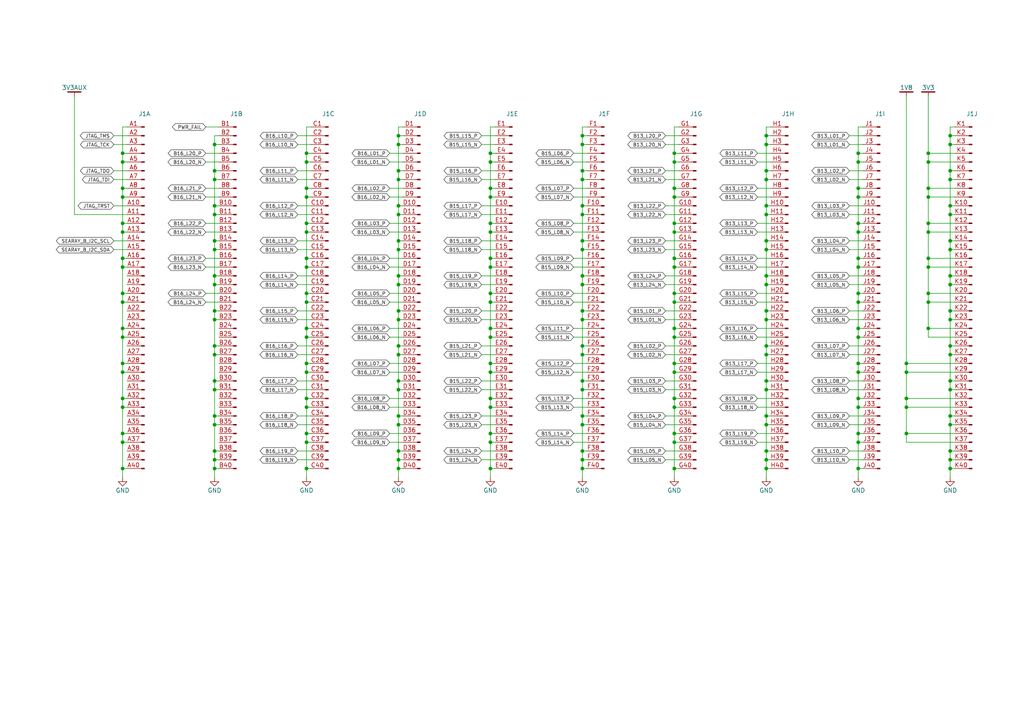
<source format=kicad_sch>
(kicad_sch (version 20230121) (generator eeschema)
  (paper "A4")
  (title_block (title "10x40 SEARAY Connector B") (date "2023-12-26") (rev "A") (company "Jordan Harris-Toovy") (comment 1 "Mainboard for Capstone Project at Oregon Tech") (comment 2 "NOT FMC (VITA 57.1) Compatible. See attached pinout"))
  (lib_symbols
    (symbol "Capstone_Library:1V8" (power) (pin_numbers hide) (pin_names (offset 0) hide) (in_bom no) (on_board no)
      (property "Value" "1V8" (at 0 1.27 0))
      (symbol "1V8_1_1"
        (pin power_in line (at 0 -1.27 90) (length 1.27) hide (name "1V8") (number "1"))
      )
    )
    (symbol "Capstone_Library:3V3" (power) (pin_numbers hide) (pin_names (offset 0) hide) (in_bom no) (on_board no)
      (property "Value" "3V3" (at 0 1.27 0))
      (symbol "3V3_1_1"
        (pin power_in line (at 0 -1.27 90) (length 1.27) hide (name "3V3") (number "1"))
      )
    )
    (symbol "Capstone_Library:3V3AUX" (power) (pin_numbers hide) (pin_names (offset 0) hide) (in_bom no) (on_board no)
      (property "Value" "3V3AUX" (at 0 1.27 0))
      (symbol "3V3AUX_1_1"
        (pin power_in line (at 0 -1.27 90) (length 1.27) hide (name "3V3AUX") (number "1"))
      )
    )
    (symbol "Connector:Samtec_ASP-134602-01" (pin_names (offset 1.016) hide)
      (property "Reference" "J" (at 0 50.8 0))
      (property "Value" "Samtec_ASP-134602-01" (at 0 -53.34 0))
      (symbol "Samtec_ASP-134602-01_1_1"
        (pin passive line (at -5.08 48.26 0) (length 3.81) (name "Pin_1") (number "A1"))
        (pin passive line (at -5.08 25.4 0) (length 3.81) (name "Pin_10") (number "A10"))
        (pin passive line (at -5.08 22.86 0) (length 3.81) (name "Pin_11") (number "A11"))
        (pin passive line (at -5.08 20.32 0) (length 3.81) (name "Pin_12") (number "A12"))
        (pin passive line (at -5.08 17.78 0) (length 3.81) (name "Pin_13") (number "A13"))
        (pin passive line (at -5.08 15.24 0) (length 3.81) (name "Pin_14") (number "A14"))
        (pin passive line (at -5.08 12.7 0) (length 3.81) (name "Pin_15") (number "A15"))
        (pin passive line (at -5.08 10.16 0) (length 3.81) (name "Pin_16") (number "A16"))
        (pin passive line (at -5.08 7.62 0) (length 3.81) (name "Pin_17") (number "A17"))
        (pin passive line (at -5.08 5.08 0) (length 3.81) (name "Pin_18") (number "A18"))
        (pin passive line (at -5.08 2.54 0) (length 3.81) (name "Pin_19") (number "A19"))
        (pin passive line (at -5.08 45.72 0) (length 3.81) (name "Pin_2") (number "A2"))
        (pin passive line (at -5.08 0 0) (length 3.81) (name "Pin_20") (number "A20"))
        (pin passive line (at -5.08 -2.54 0) (length 3.81) (name "Pin_21") (number "A21"))
        (pin passive line (at -5.08 -5.08 0) (length 3.81) (name "Pin_22") (number "A22"))
        (pin passive line (at -5.08 -7.62 0) (length 3.81) (name "Pin_23") (number "A23"))
        (pin passive line (at -5.08 -10.16 0) (length 3.81) (name "Pin_24") (number "A24"))
        (pin passive line (at -5.08 -12.7 0) (length 3.81) (name "Pin_25") (number "A25"))
        (pin passive line (at -5.08 -15.24 0) (length 3.81) (name "Pin_26") (number "A26"))
        (pin passive line (at -5.08 -17.78 0) (length 3.81) (name "Pin_27") (number "A27"))
        (pin passive line (at -5.08 -20.32 0) (length 3.81) (name "Pin_28") (number "A28"))
        (pin passive line (at -5.08 -22.86 0) (length 3.81) (name "Pin_29") (number "A29"))
        (pin passive line (at -5.08 43.18 0) (length 3.81) (name "Pin_3") (number "A3"))
        (pin passive line (at -5.08 -25.4 0) (length 3.81) (name "Pin_30") (number "A30"))
        (pin passive line (at -5.08 -27.94 0) (length 3.81) (name "Pin_31") (number "A31"))
        (pin passive line (at -5.08 -30.48 0) (length 3.81) (name "Pin_32") (number "A32"))
        (pin passive line (at -5.08 -33.02 0) (length 3.81) (name "Pin_33") (number "A33"))
        (pin passive line (at -5.08 -35.56 0) (length 3.81) (name "Pin_34") (number "A34"))
        (pin passive line (at -5.08 -38.1 0) (length 3.81) (name "Pin_35") (number "A35"))
        (pin passive line (at -5.08 -40.64 0) (length 3.81) (name "Pin_36") (number "A36"))
        (pin passive line (at -5.08 -43.18 0) (length 3.81) (name "Pin_37") (number "A37"))
        (pin passive line (at -5.08 -45.72 0) (length 3.81) (name "Pin_38") (number "A38"))
        (pin passive line (at -5.08 -48.26 0) (length 3.81) (name "Pin_39") (number "A39"))
        (pin passive line (at -5.08 40.64 0) (length 3.81) (name "Pin_4") (number "A4"))
        (pin passive line (at -5.08 -50.8 0) (length 3.81) (name "Pin_40") (number "A40"))
        (pin passive line (at -5.08 38.1 0) (length 3.81) (name "Pin_5") (number "A5"))
        (pin passive line (at -5.08 35.56 0) (length 3.81) (name "Pin_6") (number "A6"))
        (pin passive line (at -5.08 33.02 0) (length 3.81) (name "Pin_7") (number "A7"))
        (pin passive line (at -5.08 30.48 0) (length 3.81) (name "Pin_8") (number "A8"))
        (pin passive line (at -5.08 27.94 0) (length 3.81) (name "Pin_9") (number "A9"))
      )
      (symbol "Samtec_ASP-134602-01_2_1"
        (pin passive line (at -5.08 48.26 0) (length 3.81) (name "Pin_1") (number "B1"))
        (pin passive line (at -5.08 25.4 0) (length 3.81) (name "Pin_10") (number "B10"))
        (pin passive line (at -5.08 22.86 0) (length 3.81) (name "Pin_11") (number "B11"))
        (pin passive line (at -5.08 20.32 0) (length 3.81) (name "Pin_12") (number "B12"))
        (pin passive line (at -5.08 17.78 0) (length 3.81) (name "Pin_13") (number "B13"))
        (pin passive line (at -5.08 15.24 0) (length 3.81) (name "Pin_14") (number "B14"))
        (pin passive line (at -5.08 12.7 0) (length 3.81) (name "Pin_15") (number "B15"))
        (pin passive line (at -5.08 10.16 0) (length 3.81) (name "Pin_16") (number "B16"))
        (pin passive line (at -5.08 7.62 0) (length 3.81) (name "Pin_17") (number "B17"))
        (pin passive line (at -5.08 5.08 0) (length 3.81) (name "Pin_18") (number "B18"))
        (pin passive line (at -5.08 2.54 0) (length 3.81) (name "Pin_19") (number "B19"))
        (pin passive line (at -5.08 45.72 0) (length 3.81) (name "Pin_2") (number "B2"))
        (pin passive line (at -5.08 0 0) (length 3.81) (name "Pin_20") (number "B20"))
        (pin passive line (at -5.08 -2.54 0) (length 3.81) (name "Pin_21") (number "B21"))
        (pin passive line (at -5.08 -5.08 0) (length 3.81) (name "Pin_22") (number "B22"))
        (pin passive line (at -5.08 -7.62 0) (length 3.81) (name "Pin_23") (number "B23"))
        (pin passive line (at -5.08 -10.16 0) (length 3.81) (name "Pin_24") (number "B24"))
        (pin passive line (at -5.08 -12.7 0) (length 3.81) (name "Pin_25") (number "B25"))
        (pin passive line (at -5.08 -15.24 0) (length 3.81) (name "Pin_26") (number "B26"))
        (pin passive line (at -5.08 -17.78 0) (length 3.81) (name "Pin_27") (number "B27"))
        (pin passive line (at -5.08 -20.32 0) (length 3.81) (name "Pin_28") (number "B28"))
        (pin passive line (at -5.08 -22.86 0) (length 3.81) (name "Pin_29") (number "B29"))
        (pin passive line (at -5.08 43.18 0) (length 3.81) (name "Pin_3") (number "B3"))
        (pin passive line (at -5.08 -25.4 0) (length 3.81) (name "Pin_30") (number "B30"))
        (pin passive line (at -5.08 -27.94 0) (length 3.81) (name "Pin_31") (number "B31"))
        (pin passive line (at -5.08 -30.48 0) (length 3.81) (name "Pin_32") (number "B32"))
        (pin passive line (at -5.08 -33.02 0) (length 3.81) (name "Pin_33") (number "B33"))
        (pin passive line (at -5.08 -35.56 0) (length 3.81) (name "Pin_34") (number "B34"))
        (pin passive line (at -5.08 -38.1 0) (length 3.81) (name "Pin_35") (number "B35"))
        (pin passive line (at -5.08 -40.64 0) (length 3.81) (name "Pin_36") (number "B36"))
        (pin passive line (at -5.08 -43.18 0) (length 3.81) (name "Pin_37") (number "B37"))
        (pin passive line (at -5.08 -45.72 0) (length 3.81) (name "Pin_38") (number "B38"))
        (pin passive line (at -5.08 -48.26 0) (length 3.81) (name "Pin_39") (number "B39"))
        (pin passive line (at -5.08 40.64 0) (length 3.81) (name "Pin_4") (number "B4"))
        (pin passive line (at -5.08 -50.8 0) (length 3.81) (name "Pin_40") (number "B40"))
        (pin passive line (at -5.08 38.1 0) (length 3.81) (name "Pin_5") (number "B5"))
        (pin passive line (at -5.08 35.56 0) (length 3.81) (name "Pin_6") (number "B6"))
        (pin passive line (at -5.08 33.02 0) (length 3.81) (name "Pin_7") (number "B7"))
        (pin passive line (at -5.08 30.48 0) (length 3.81) (name "Pin_8") (number "B8"))
        (pin passive line (at -5.08 27.94 0) (length 3.81) (name "Pin_9") (number "B9"))
      )
      (symbol "Samtec_ASP-134602-01_3_1"
        (pin passive line (at -5.08 48.26 0) (length 3.81) (name "Pin_1") (number "C1"))
        (pin passive line (at -5.08 25.4 0) (length 3.81) (name "Pin_10") (number "C10"))
        (pin passive line (at -5.08 22.86 0) (length 3.81) (name "Pin_11") (number "C11"))
        (pin passive line (at -5.08 20.32 0) (length 3.81) (name "Pin_12") (number "C12"))
        (pin passive line (at -5.08 17.78 0) (length 3.81) (name "Pin_13") (number "C13"))
        (pin passive line (at -5.08 15.24 0) (length 3.81) (name "Pin_14") (number "C14"))
        (pin passive line (at -5.08 12.7 0) (length 3.81) (name "Pin_15") (number "C15"))
        (pin passive line (at -5.08 10.16 0) (length 3.81) (name "Pin_16") (number "C16"))
        (pin passive line (at -5.08 7.62 0) (length 3.81) (name "Pin_17") (number "C17"))
        (pin passive line (at -5.08 5.08 0) (length 3.81) (name "Pin_18") (number "C18"))
        (pin passive line (at -5.08 2.54 0) (length 3.81) (name "Pin_19") (number "C19"))
        (pin passive line (at -5.08 45.72 0) (length 3.81) (name "Pin_2") (number "C2"))
        (pin passive line (at -5.08 0 0) (length 3.81) (name "Pin_20") (number "C20"))
        (pin passive line (at -5.08 -2.54 0) (length 3.81) (name "Pin_21") (number "C21"))
        (pin passive line (at -5.08 -5.08 0) (length 3.81) (name "Pin_22") (number "C22"))
        (pin passive line (at -5.08 -7.62 0) (length 3.81) (name "Pin_23") (number "C23"))
        (pin passive line (at -5.08 -10.16 0) (length 3.81) (name "Pin_24") (number "C24"))
        (pin passive line (at -5.08 -12.7 0) (length 3.81) (name "Pin_25") (number "C25"))
        (pin passive line (at -5.08 -15.24 0) (length 3.81) (name "Pin_26") (number "C26"))
        (pin passive line (at -5.08 -17.78 0) (length 3.81) (name "Pin_27") (number "C27"))
        (pin passive line (at -5.08 -20.32 0) (length 3.81) (name "Pin_28") (number "C28"))
        (pin passive line (at -5.08 -22.86 0) (length 3.81) (name "Pin_29") (number "C29"))
        (pin passive line (at -5.08 43.18 0) (length 3.81) (name "Pin_3") (number "C3"))
        (pin passive line (at -5.08 -25.4 0) (length 3.81) (name "Pin_30") (number "C30"))
        (pin passive line (at -5.08 -27.94 0) (length 3.81) (name "Pin_31") (number "C31"))
        (pin passive line (at -5.08 -30.48 0) (length 3.81) (name "Pin_32") (number "C32"))
        (pin passive line (at -5.08 -33.02 0) (length 3.81) (name "Pin_33") (number "C33"))
        (pin passive line (at -5.08 -35.56 0) (length 3.81) (name "Pin_34") (number "C34"))
        (pin passive line (at -5.08 -38.1 0) (length 3.81) (name "Pin_35") (number "C35"))
        (pin passive line (at -5.08 -40.64 0) (length 3.81) (name "Pin_36") (number "C36"))
        (pin passive line (at -5.08 -43.18 0) (length 3.81) (name "Pin_37") (number "C37"))
        (pin passive line (at -5.08 -45.72 0) (length 3.81) (name "Pin_38") (number "C38"))
        (pin passive line (at -5.08 -48.26 0) (length 3.81) (name "Pin_39") (number "C39"))
        (pin passive line (at -5.08 40.64 0) (length 3.81) (name "Pin_4") (number "C4"))
        (pin passive line (at -5.08 -50.8 0) (length 3.81) (name "Pin_40") (number "C40"))
        (pin passive line (at -5.08 38.1 0) (length 3.81) (name "Pin_5") (number "C5"))
        (pin passive line (at -5.08 35.56 0) (length 3.81) (name "Pin_6") (number "C6"))
        (pin passive line (at -5.08 33.02 0) (length 3.81) (name "Pin_7") (number "C7"))
        (pin passive line (at -5.08 30.48 0) (length 3.81) (name "Pin_8") (number "C8"))
        (pin passive line (at -5.08 27.94 0) (length 3.81) (name "Pin_9") (number "C9"))
      )
      (symbol "Samtec_ASP-134602-01_4_1"
        (pin passive line (at -5.08 48.26 0) (length 3.81) (name "Pin_1") (number "D1"))
        (pin passive line (at -5.08 25.4 0) (length 3.81) (name "Pin_10") (number "D10"))
        (pin passive line (at -5.08 22.86 0) (length 3.81) (name "Pin_11") (number "D11"))
        (pin passive line (at -5.08 20.32 0) (length 3.81) (name "Pin_12") (number "D12"))
        (pin passive line (at -5.08 17.78 0) (length 3.81) (name "Pin_13") (number "D13"))
        (pin passive line (at -5.08 15.24 0) (length 3.81) (name "Pin_14") (number "D14"))
        (pin passive line (at -5.08 12.7 0) (length 3.81) (name "Pin_15") (number "D15"))
        (pin passive line (at -5.08 10.16 0) (length 3.81) (name "Pin_16") (number "D16"))
        (pin passive line (at -5.08 7.62 0) (length 3.81) (name "Pin_17") (number "D17"))
        (pin passive line (at -5.08 5.08 0) (length 3.81) (name "Pin_18") (number "D18"))
        (pin passive line (at -5.08 2.54 0) (length 3.81) (name "Pin_19") (number "D19"))
        (pin passive line (at -5.08 45.72 0) (length 3.81) (name "Pin_2") (number "D2"))
        (pin passive line (at -5.08 0 0) (length 3.81) (name "Pin_20") (number "D20"))
        (pin passive line (at -5.08 -2.54 0) (length 3.81) (name "Pin_21") (number "D21"))
        (pin passive line (at -5.08 -5.08 0) (length 3.81) (name "Pin_22") (number "D22"))
        (pin passive line (at -5.08 -7.62 0) (length 3.81) (name "Pin_23") (number "D23"))
        (pin passive line (at -5.08 -10.16 0) (length 3.81) (name "Pin_24") (number "D24"))
        (pin passive line (at -5.08 -12.7 0) (length 3.81) (name "Pin_25") (number "D25"))
        (pin passive line (at -5.08 -15.24 0) (length 3.81) (name "Pin_26") (number "D26"))
        (pin passive line (at -5.08 -17.78 0) (length 3.81) (name "Pin_27") (number "D27"))
        (pin passive line (at -5.08 -20.32 0) (length 3.81) (name "Pin_28") (number "D28"))
        (pin passive line (at -5.08 -22.86 0) (length 3.81) (name "Pin_29") (number "D29"))
        (pin passive line (at -5.08 43.18 0) (length 3.81) (name "Pin_3") (number "D3"))
        (pin passive line (at -5.08 -25.4 0) (length 3.81) (name "Pin_30") (number "D30"))
        (pin passive line (at -5.08 -27.94 0) (length 3.81) (name "Pin_31") (number "D31"))
        (pin passive line (at -5.08 -30.48 0) (length 3.81) (name "Pin_32") (number "D32"))
        (pin passive line (at -5.08 -33.02 0) (length 3.81) (name "Pin_33") (number "D33"))
        (pin passive line (at -5.08 -35.56 0) (length 3.81) (name "Pin_34") (number "D34"))
        (pin passive line (at -5.08 -38.1 0) (length 3.81) (name "Pin_35") (number "D35"))
        (pin passive line (at -5.08 -40.64 0) (length 3.81) (name "Pin_36") (number "D36"))
        (pin passive line (at -5.08 -43.18 0) (length 3.81) (name "Pin_37") (number "D37"))
        (pin passive line (at -5.08 -45.72 0) (length 3.81) (name "Pin_38") (number "D38"))
        (pin passive line (at -5.08 -48.26 0) (length 3.81) (name "Pin_39") (number "D39"))
        (pin passive line (at -5.08 40.64 0) (length 3.81) (name "Pin_4") (number "D4"))
        (pin passive line (at -5.08 -50.8 0) (length 3.81) (name "Pin_40") (number "D40"))
        (pin passive line (at -5.08 38.1 0) (length 3.81) (name "Pin_5") (number "D5"))
        (pin passive line (at -5.08 35.56 0) (length 3.81) (name "Pin_6") (number "D6"))
        (pin passive line (at -5.08 33.02 0) (length 3.81) (name "Pin_7") (number "D7"))
        (pin passive line (at -5.08 30.48 0) (length 3.81) (name "Pin_8") (number "D8"))
        (pin passive line (at -5.08 27.94 0) (length 3.81) (name "Pin_9") (number "D9"))
      )
      (symbol "Samtec_ASP-134602-01_5_1"
        (pin passive line (at -5.08 48.26 0) (length 3.81) (name "Pin_1") (number "E1"))
        (pin passive line (at -5.08 25.4 0) (length 3.81) (name "Pin_10") (number "E10"))
        (pin passive line (at -5.08 22.86 0) (length 3.81) (name "Pin_11") (number "E11"))
        (pin passive line (at -5.08 20.32 0) (length 3.81) (name "Pin_12") (number "E12"))
        (pin passive line (at -5.08 17.78 0) (length 3.81) (name "Pin_13") (number "E13"))
        (pin passive line (at -5.08 15.24 0) (length 3.81) (name "Pin_14") (number "E14"))
        (pin passive line (at -5.08 12.7 0) (length 3.81) (name "Pin_15") (number "E15"))
        (pin passive line (at -5.08 10.16 0) (length 3.81) (name "Pin_16") (number "E16"))
        (pin passive line (at -5.08 7.62 0) (length 3.81) (name "Pin_17") (number "E17"))
        (pin passive line (at -5.08 5.08 0) (length 3.81) (name "Pin_18") (number "E18"))
        (pin passive line (at -5.08 2.54 0) (length 3.81) (name "Pin_19") (number "E19"))
        (pin passive line (at -5.08 45.72 0) (length 3.81) (name "Pin_2") (number "E2"))
        (pin passive line (at -5.08 0 0) (length 3.81) (name "Pin_20") (number "E20"))
        (pin passive line (at -5.08 -2.54 0) (length 3.81) (name "Pin_21") (number "E21"))
        (pin passive line (at -5.08 -5.08 0) (length 3.81) (name "Pin_22") (number "E22"))
        (pin passive line (at -5.08 -7.62 0) (length 3.81) (name "Pin_23") (number "E23"))
        (pin passive line (at -5.08 -10.16 0) (length 3.81) (name "Pin_24") (number "E24"))
        (pin passive line (at -5.08 -12.7 0) (length 3.81) (name "Pin_25") (number "E25"))
        (pin passive line (at -5.08 -15.24 0) (length 3.81) (name "Pin_26") (number "E26"))
        (pin passive line (at -5.08 -17.78 0) (length 3.81) (name "Pin_27") (number "E27"))
        (pin passive line (at -5.08 -20.32 0) (length 3.81) (name "Pin_28") (number "E28"))
        (pin passive line (at -5.08 -22.86 0) (length 3.81) (name "Pin_29") (number "E29"))
        (pin passive line (at -5.08 43.18 0) (length 3.81) (name "Pin_3") (number "E3"))
        (pin passive line (at -5.08 -25.4 0) (length 3.81) (name "Pin_30") (number "E30"))
        (pin passive line (at -5.08 -27.94 0) (length 3.81) (name "Pin_31") (number "E31"))
        (pin passive line (at -5.08 -30.48 0) (length 3.81) (name "Pin_32") (number "E32"))
        (pin passive line (at -5.08 -33.02 0) (length 3.81) (name "Pin_33") (number "E33"))
        (pin passive line (at -5.08 -35.56 0) (length 3.81) (name "Pin_34") (number "E34"))
        (pin passive line (at -5.08 -38.1 0) (length 3.81) (name "Pin_35") (number "E35"))
        (pin passive line (at -5.08 -40.64 0) (length 3.81) (name "Pin_36") (number "E36"))
        (pin passive line (at -5.08 -43.18 0) (length 3.81) (name "Pin_37") (number "E37"))
        (pin passive line (at -5.08 -45.72 0) (length 3.81) (name "Pin_38") (number "E38"))
        (pin passive line (at -5.08 -48.26 0) (length 3.81) (name "Pin_39") (number "E39"))
        (pin passive line (at -5.08 40.64 0) (length 3.81) (name "Pin_4") (number "E4"))
        (pin passive line (at -5.08 -50.8 0) (length 3.81) (name "Pin_40") (number "E40"))
        (pin passive line (at -5.08 38.1 0) (length 3.81) (name "Pin_5") (number "E5"))
        (pin passive line (at -5.08 35.56 0) (length 3.81) (name "Pin_6") (number "E6"))
        (pin passive line (at -5.08 33.02 0) (length 3.81) (name "Pin_7") (number "E7"))
        (pin passive line (at -5.08 30.48 0) (length 3.81) (name "Pin_8") (number "E8"))
        (pin passive line (at -5.08 27.94 0) (length 3.81) (name "Pin_9") (number "E9"))
      )
      (symbol "Samtec_ASP-134602-01_6_1"
        (pin passive line (at -5.08 48.26 0) (length 3.81) (name "Pin_1") (number "F1"))
        (pin passive line (at -5.08 25.4 0) (length 3.81) (name "Pin_10") (number "F10"))
        (pin passive line (at -5.08 22.86 0) (length 3.81) (name "Pin_11") (number "F11"))
        (pin passive line (at -5.08 20.32 0) (length 3.81) (name "Pin_12") (number "F12"))
        (pin passive line (at -5.08 17.78 0) (length 3.81) (name "Pin_13") (number "F13"))
        (pin passive line (at -5.08 15.24 0) (length 3.81) (name "Pin_14") (number "F14"))
        (pin passive line (at -5.08 12.7 0) (length 3.81) (name "Pin_15") (number "F15"))
        (pin passive line (at -5.08 10.16 0) (length 3.81) (name "Pin_16") (number "F16"))
        (pin passive line (at -5.08 7.62 0) (length 3.81) (name "Pin_17") (number "F17"))
        (pin passive line (at -5.08 5.08 0) (length 3.81) (name "Pin_18") (number "F18"))
        (pin passive line (at -5.08 2.54 0) (length 3.81) (name "Pin_19") (number "F19"))
        (pin passive line (at -5.08 45.72 0) (length 3.81) (name "Pin_2") (number "F2"))
        (pin passive line (at -5.08 0 0) (length 3.81) (name "Pin_20") (number "F20"))
        (pin passive line (at -5.08 -2.54 0) (length 3.81) (name "Pin_21") (number "F21"))
        (pin passive line (at -5.08 -5.08 0) (length 3.81) (name "Pin_22") (number "F22"))
        (pin passive line (at -5.08 -7.62 0) (length 3.81) (name "Pin_23") (number "F23"))
        (pin passive line (at -5.08 -10.16 0) (length 3.81) (name "Pin_24") (number "F24"))
        (pin passive line (at -5.08 -12.7 0) (length 3.81) (name "Pin_25") (number "F25"))
        (pin passive line (at -5.08 -15.24 0) (length 3.81) (name "Pin_26") (number "F26"))
        (pin passive line (at -5.08 -17.78 0) (length 3.81) (name "Pin_27") (number "F27"))
        (pin passive line (at -5.08 -20.32 0) (length 3.81) (name "Pin_28") (number "F28"))
        (pin passive line (at -5.08 -22.86 0) (length 3.81) (name "Pin_29") (number "F29"))
        (pin passive line (at -5.08 43.18 0) (length 3.81) (name "Pin_3") (number "F3"))
        (pin passive line (at -5.08 -25.4 0) (length 3.81) (name "Pin_30") (number "F30"))
        (pin passive line (at -5.08 -27.94 0) (length 3.81) (name "Pin_31") (number "F31"))
        (pin passive line (at -5.08 -30.48 0) (length 3.81) (name "Pin_32") (number "F32"))
        (pin passive line (at -5.08 -33.02 0) (length 3.81) (name "Pin_33") (number "F33"))
        (pin passive line (at -5.08 -35.56 0) (length 3.81) (name "Pin_34") (number "F34"))
        (pin passive line (at -5.08 -38.1 0) (length 3.81) (name "Pin_35") (number "F35"))
        (pin passive line (at -5.08 -40.64 0) (length 3.81) (name "Pin_36") (number "F36"))
        (pin passive line (at -5.08 -43.18 0) (length 3.81) (name "Pin_37") (number "F37"))
        (pin passive line (at -5.08 -45.72 0) (length 3.81) (name "Pin_38") (number "F38"))
        (pin passive line (at -5.08 -48.26 0) (length 3.81) (name "Pin_39") (number "F39"))
        (pin passive line (at -5.08 40.64 0) (length 3.81) (name "Pin_4") (number "F4"))
        (pin passive line (at -5.08 -50.8 0) (length 3.81) (name "Pin_40") (number "F40"))
        (pin passive line (at -5.08 38.1 0) (length 3.81) (name "Pin_5") (number "F5"))
        (pin passive line (at -5.08 35.56 0) (length 3.81) (name "Pin_6") (number "F6"))
        (pin passive line (at -5.08 33.02 0) (length 3.81) (name "Pin_7") (number "F7"))
        (pin passive line (at -5.08 30.48 0) (length 3.81) (name "Pin_8") (number "F8"))
        (pin passive line (at -5.08 27.94 0) (length 3.81) (name "Pin_9") (number "F9"))
      )
      (symbol "Samtec_ASP-134602-01_7_1"
        (pin passive line (at -5.08 48.26 0) (length 3.81) (name "Pin_1") (number "G1"))
        (pin passive line (at -5.08 25.4 0) (length 3.81) (name "Pin_10") (number "G10"))
        (pin passive line (at -5.08 22.86 0) (length 3.81) (name "Pin_11") (number "G11"))
        (pin passive line (at -5.08 20.32 0) (length 3.81) (name "Pin_12") (number "G12"))
        (pin passive line (at -5.08 17.78 0) (length 3.81) (name "Pin_13") (number "G13"))
        (pin passive line (at -5.08 15.24 0) (length 3.81) (name "Pin_14") (number "G14"))
        (pin passive line (at -5.08 12.7 0) (length 3.81) (name "Pin_15") (number "G15"))
        (pin passive line (at -5.08 10.16 0) (length 3.81) (name "Pin_16") (number "G16"))
        (pin passive line (at -5.08 7.62 0) (length 3.81) (name "Pin_17") (number "G17"))
        (pin passive line (at -5.08 5.08 0) (length 3.81) (name "Pin_18") (number "G18"))
        (pin passive line (at -5.08 2.54 0) (length 3.81) (name "Pin_19") (number "G19"))
        (pin passive line (at -5.08 45.72 0) (length 3.81) (name "Pin_2") (number "G2"))
        (pin passive line (at -5.08 0 0) (length 3.81) (name "Pin_20") (number "G20"))
        (pin passive line (at -5.08 -2.54 0) (length 3.81) (name "Pin_21") (number "G21"))
        (pin passive line (at -5.08 -5.08 0) (length 3.81) (name "Pin_22") (number "G22"))
        (pin passive line (at -5.08 -7.62 0) (length 3.81) (name "Pin_23") (number "G23"))
        (pin passive line (at -5.08 -10.16 0) (length 3.81) (name "Pin_24") (number "G24"))
        (pin passive line (at -5.08 -12.7 0) (length 3.81) (name "Pin_25") (number "G25"))
        (pin passive line (at -5.08 -15.24 0) (length 3.81) (name "Pin_26") (number "G26"))
        (pin passive line (at -5.08 -17.78 0) (length 3.81) (name "Pin_27") (number "G27"))
        (pin passive line (at -5.08 -20.32 0) (length 3.81) (name "Pin_28") (number "G28"))
        (pin passive line (at -5.08 -22.86 0) (length 3.81) (name "Pin_29") (number "G29"))
        (pin passive line (at -5.08 43.18 0) (length 3.81) (name "Pin_3") (number "G3"))
        (pin passive line (at -5.08 -25.4 0) (length 3.81) (name "Pin_30") (number "G30"))
        (pin passive line (at -5.08 -27.94 0) (length 3.81) (name "Pin_31") (number "G31"))
        (pin passive line (at -5.08 -30.48 0) (length 3.81) (name "Pin_32") (number "G32"))
        (pin passive line (at -5.08 -33.02 0) (length 3.81) (name "Pin_33") (number "G33"))
        (pin passive line (at -5.08 -35.56 0) (length 3.81) (name "Pin_34") (number "G34"))
        (pin passive line (at -5.08 -38.1 0) (length 3.81) (name "Pin_35") (number "G35"))
        (pin passive line (at -5.08 -40.64 0) (length 3.81) (name "Pin_36") (number "G36"))
        (pin passive line (at -5.08 -43.18 0) (length 3.81) (name "Pin_37") (number "G37"))
        (pin passive line (at -5.08 -45.72 0) (length 3.81) (name "Pin_38") (number "G38"))
        (pin passive line (at -5.08 -48.26 0) (length 3.81) (name "Pin_39") (number "G39"))
        (pin passive line (at -5.08 40.64 0) (length 3.81) (name "Pin_4") (number "G4"))
        (pin passive line (at -5.08 -50.8 0) (length 3.81) (name "Pin_40") (number "G40"))
        (pin passive line (at -5.08 38.1 0) (length 3.81) (name "Pin_5") (number "G5"))
        (pin passive line (at -5.08 35.56 0) (length 3.81) (name "Pin_6") (number "G6"))
        (pin passive line (at -5.08 33.02 0) (length 3.81) (name "Pin_7") (number "G7"))
        (pin passive line (at -5.08 30.48 0) (length 3.81) (name "Pin_8") (number "G8"))
        (pin passive line (at -5.08 27.94 0) (length 3.81) (name "Pin_9") (number "G9"))
      )
      (symbol "Samtec_ASP-134602-01_8_1"
        (pin passive line (at -5.08 48.26 0) (length 3.81) (name "Pin_1") (number "H1"))
        (pin passive line (at -5.08 25.4 0) (length 3.81) (name "Pin_10") (number "H10"))
        (pin passive line (at -5.08 22.86 0) (length 3.81) (name "Pin_11") (number "H11"))
        (pin passive line (at -5.08 20.32 0) (length 3.81) (name "Pin_12") (number "H12"))
        (pin passive line (at -5.08 17.78 0) (length 3.81) (name "Pin_13") (number "H13"))
        (pin passive line (at -5.08 15.24 0) (length 3.81) (name "Pin_14") (number "H14"))
        (pin passive line (at -5.08 12.7 0) (length 3.81) (name "Pin_15") (number "H15"))
        (pin passive line (at -5.08 10.16 0) (length 3.81) (name "Pin_16") (number "H16"))
        (pin passive line (at -5.08 7.62 0) (length 3.81) (name "Pin_17") (number "H17"))
        (pin passive line (at -5.08 5.08 0) (length 3.81) (name "Pin_18") (number "H18"))
        (pin passive line (at -5.08 2.54 0) (length 3.81) (name "Pin_19") (number "H19"))
        (pin passive line (at -5.08 45.72 0) (length 3.81) (name "Pin_2") (number "H2"))
        (pin passive line (at -5.08 0 0) (length 3.81) (name "Pin_20") (number "H20"))
        (pin passive line (at -5.08 -2.54 0) (length 3.81) (name "Pin_21") (number "H21"))
        (pin passive line (at -5.08 -5.08 0) (length 3.81) (name "Pin_22") (number "H22"))
        (pin passive line (at -5.08 -7.62 0) (length 3.81) (name "Pin_23") (number "H23"))
        (pin passive line (at -5.08 -10.16 0) (length 3.81) (name "Pin_24") (number "H24"))
        (pin passive line (at -5.08 -12.7 0) (length 3.81) (name "Pin_25") (number "H25"))
        (pin passive line (at -5.08 -15.24 0) (length 3.81) (name "Pin_26") (number "H26"))
        (pin passive line (at -5.08 -17.78 0) (length 3.81) (name "Pin_27") (number "H27"))
        (pin passive line (at -5.08 -20.32 0) (length 3.81) (name "Pin_28") (number "H28"))
        (pin passive line (at -5.08 -22.86 0) (length 3.81) (name "Pin_29") (number "H29"))
        (pin passive line (at -5.08 43.18 0) (length 3.81) (name "Pin_3") (number "H3"))
        (pin passive line (at -5.08 -25.4 0) (length 3.81) (name "Pin_30") (number "H30"))
        (pin passive line (at -5.08 -27.94 0) (length 3.81) (name "Pin_31") (number "H31"))
        (pin passive line (at -5.08 -30.48 0) (length 3.81) (name "Pin_32") (number "H32"))
        (pin passive line (at -5.08 -33.02 0) (length 3.81) (name "Pin_33") (number "H33"))
        (pin passive line (at -5.08 -35.56 0) (length 3.81) (name "Pin_34") (number "H34"))
        (pin passive line (at -5.08 -38.1 0) (length 3.81) (name "Pin_35") (number "H35"))
        (pin passive line (at -5.08 -40.64 0) (length 3.81) (name "Pin_36") (number "H36"))
        (pin passive line (at -5.08 -43.18 0) (length 3.81) (name "Pin_37") (number "H37"))
        (pin passive line (at -5.08 -45.72 0) (length 3.81) (name "Pin_38") (number "H38"))
        (pin passive line (at -5.08 -48.26 0) (length 3.81) (name "Pin_39") (number "H39"))
        (pin passive line (at -5.08 40.64 0) (length 3.81) (name "Pin_4") (number "H4"))
        (pin passive line (at -5.08 -50.8 0) (length 3.81) (name "Pin_40") (number "H40"))
        (pin passive line (at -5.08 38.1 0) (length 3.81) (name "Pin_5") (number "H5"))
        (pin passive line (at -5.08 35.56 0) (length 3.81) (name "Pin_6") (number "H6"))
        (pin passive line (at -5.08 33.02 0) (length 3.81) (name "Pin_7") (number "H7"))
        (pin passive line (at -5.08 30.48 0) (length 3.81) (name "Pin_8") (number "H8"))
        (pin passive line (at -5.08 27.94 0) (length 3.81) (name "Pin_9") (number "H9"))
      )
      (symbol "Samtec_ASP-134602-01_9_1"
        (pin passive line (at -5.08 48.26 0) (length 3.81) (name "Pin_1") (number "J1"))
        (pin passive line (at -5.08 25.4 0) (length 3.81) (name "Pin_10") (number "J10"))
        (pin passive line (at -5.08 22.86 0) (length 3.81) (name "Pin_11") (number "J11"))
        (pin passive line (at -5.08 20.32 0) (length 3.81) (name "Pin_12") (number "J12"))
        (pin passive line (at -5.08 17.78 0) (length 3.81) (name "Pin_13") (number "J13"))
        (pin passive line (at -5.08 15.24 0) (length 3.81) (name "Pin_14") (number "J14"))
        (pin passive line (at -5.08 12.7 0) (length 3.81) (name "Pin_15") (number "J15"))
        (pin passive line (at -5.08 10.16 0) (length 3.81) (name "Pin_16") (number "J16"))
        (pin passive line (at -5.08 7.62 0) (length 3.81) (name "Pin_17") (number "J17"))
        (pin passive line (at -5.08 5.08 0) (length 3.81) (name "Pin_18") (number "J18"))
        (pin passive line (at -5.08 2.54 0) (length 3.81) (name "Pin_19") (number "J19"))
        (pin passive line (at -5.08 45.72 0) (length 3.81) (name "Pin_2") (number "J2"))
        (pin passive line (at -5.08 0 0) (length 3.81) (name "Pin_20") (number "J20"))
        (pin passive line (at -5.08 -2.54 0) (length 3.81) (name "Pin_21") (number "J21"))
        (pin passive line (at -5.08 -5.08 0) (length 3.81) (name "Pin_22") (number "J22"))
        (pin passive line (at -5.08 -7.62 0) (length 3.81) (name "Pin_23") (number "J23"))
        (pin passive line (at -5.08 -10.16 0) (length 3.81) (name "Pin_24") (number "J24"))
        (pin passive line (at -5.08 -12.7 0) (length 3.81) (name "Pin_25") (number "J25"))
        (pin passive line (at -5.08 -15.24 0) (length 3.81) (name "Pin_26") (number "J26"))
        (pin passive line (at -5.08 -17.78 0) (length 3.81) (name "Pin_27") (number "J27"))
        (pin passive line (at -5.08 -20.32 0) (length 3.81) (name "Pin_28") (number "J28"))
        (pin passive line (at -5.08 -22.86 0) (length 3.81) (name "Pin_29") (number "J29"))
        (pin passive line (at -5.08 43.18 0) (length 3.81) (name "Pin_3") (number "J3"))
        (pin passive line (at -5.08 -25.4 0) (length 3.81) (name "Pin_30") (number "J30"))
        (pin passive line (at -5.08 -27.94 0) (length 3.81) (name "Pin_31") (number "J31"))
        (pin passive line (at -5.08 -30.48 0) (length 3.81) (name "Pin_32") (number "J32"))
        (pin passive line (at -5.08 -33.02 0) (length 3.81) (name "Pin_33") (number "J33"))
        (pin passive line (at -5.08 -35.56 0) (length 3.81) (name "Pin_34") (number "J34"))
        (pin passive line (at -5.08 -38.1 0) (length 3.81) (name "Pin_35") (number "J35"))
        (pin passive line (at -5.08 -40.64 0) (length 3.81) (name "Pin_36") (number "J36"))
        (pin passive line (at -5.08 -43.18 0) (length 3.81) (name "Pin_37") (number "J37"))
        (pin passive line (at -5.08 -45.72 0) (length 3.81) (name "Pin_38") (number "J38"))
        (pin passive line (at -5.08 -48.26 0) (length 3.81) (name "Pin_39") (number "J39"))
        (pin passive line (at -5.08 40.64 0) (length 3.81) (name "Pin_4") (number "J4"))
        (pin passive line (at -5.08 -50.8 0) (length 3.81) (name "Pin_40") (number "J40"))
        (pin passive line (at -5.08 38.1 0) (length 3.81) (name "Pin_5") (number "J5"))
        (pin passive line (at -5.08 35.56 0) (length 3.81) (name "Pin_6") (number "J6"))
        (pin passive line (at -5.08 33.02 0) (length 3.81) (name "Pin_7") (number "J7"))
        (pin passive line (at -5.08 30.48 0) (length 3.81) (name "Pin_8") (number "J8"))
        (pin passive line (at -5.08 27.94 0) (length 3.81) (name "Pin_9") (number "J9"))
      )
      (symbol "Samtec_ASP-134602-01_10_1"
        (pin passive line (at -5.08 48.26 0) (length 3.81) (name "Pin_1") (number "K1"))
        (pin passive line (at -5.08 25.4 0) (length 3.81) (name "Pin_10") (number "K10"))
        (pin passive line (at -5.08 22.86 0) (length 3.81) (name "Pin_11") (number "K11"))
        (pin passive line (at -5.08 20.32 0) (length 3.81) (name "Pin_12") (number "K12"))
        (pin passive line (at -5.08 17.78 0) (length 3.81) (name "Pin_13") (number "K13"))
        (pin passive line (at -5.08 15.24 0) (length 3.81) (name "Pin_14") (number "K14"))
        (pin passive line (at -5.08 12.7 0) (length 3.81) (name "Pin_15") (number "K15"))
        (pin passive line (at -5.08 10.16 0) (length 3.81) (name "Pin_16") (number "K16"))
        (pin passive line (at -5.08 7.62 0) (length 3.81) (name "Pin_17") (number "K17"))
        (pin passive line (at -5.08 5.08 0) (length 3.81) (name "Pin_18") (number "K18"))
        (pin passive line (at -5.08 2.54 0) (length 3.81) (name "Pin_19") (number "K19"))
        (pin passive line (at -5.08 45.72 0) (length 3.81) (name "Pin_2") (number "K2"))
        (pin passive line (at -5.08 0 0) (length 3.81) (name "Pin_20") (number "K20"))
        (pin passive line (at -5.08 -2.54 0) (length 3.81) (name "Pin_21") (number "K21"))
        (pin passive line (at -5.08 -5.08 0) (length 3.81) (name "Pin_22") (number "K22"))
        (pin passive line (at -5.08 -7.62 0) (length 3.81) (name "Pin_23") (number "K23"))
        (pin passive line (at -5.08 -10.16 0) (length 3.81) (name "Pin_24") (number "K24"))
        (pin passive line (at -5.08 -12.7 0) (length 3.81) (name "Pin_25") (number "K25"))
        (pin passive line (at -5.08 -15.24 0) (length 3.81) (name "Pin_26") (number "K26"))
        (pin passive line (at -5.08 -17.78 0) (length 3.81) (name "Pin_27") (number "K27"))
        (pin passive line (at -5.08 -20.32 0) (length 3.81) (name "Pin_28") (number "K28"))
        (pin passive line (at -5.08 -22.86 0) (length 3.81) (name "Pin_29") (number "K29"))
        (pin passive line (at -5.08 43.18 0) (length 3.81) (name "Pin_3") (number "K3"))
        (pin passive line (at -5.08 -25.4 0) (length 3.81) (name "Pin_30") (number "K30"))
        (pin passive line (at -5.08 -27.94 0) (length 3.81) (name "Pin_31") (number "K31"))
        (pin passive line (at -5.08 -30.48 0) (length 3.81) (name "Pin_32") (number "K32"))
        (pin passive line (at -5.08 -33.02 0) (length 3.81) (name "Pin_33") (number "K33"))
        (pin passive line (at -5.08 -35.56 0) (length 3.81) (name "Pin_34") (number "K34"))
        (pin passive line (at -5.08 -38.1 0) (length 3.81) (name "Pin_35") (number "K35"))
        (pin passive line (at -5.08 -40.64 0) (length 3.81) (name "Pin_36") (number "K36"))
        (pin passive line (at -5.08 -43.18 0) (length 3.81) (name "Pin_37") (number "K37"))
        (pin passive line (at -5.08 -45.72 0) (length 3.81) (name "Pin_38") (number "K38"))
        (pin passive line (at -5.08 -48.26 0) (length 3.81) (name "Pin_39") (number "K39"))
        (pin passive line (at -5.08 40.64 0) (length 3.81) (name "Pin_4") (number "K4"))
        (pin passive line (at -5.08 -50.8 0) (length 3.81) (name "Pin_40") (number "K40"))
        (pin passive line (at -5.08 38.1 0) (length 3.81) (name "Pin_5") (number "K5"))
        (pin passive line (at -5.08 35.56 0) (length 3.81) (name "Pin_6") (number "K6"))
        (pin passive line (at -5.08 33.02 0) (length 3.81) (name "Pin_7") (number "K7"))
        (pin passive line (at -5.08 30.48 0) (length 3.81) (name "Pin_8") (number "K8"))
        (pin passive line (at -5.08 27.94 0) (length 3.81) (name "Pin_9") (number "K9"))
      )
    )
    (symbol "power:GND" (power) (pin_names (offset 0))
      (property "Value" "GND" (at 0 -3.81 0))
      (symbol "GND_1_1"
        (pin power_in line (at 0 0 270) (length 0) hide (name "GND") (number "1"))
      )
    )
  )
  (junction (at 222.25 110.49))
  (junction (at 222.25 123.19))
  (junction (at 142.24 115.57))
  (junction (at 275.59 49.53))
  (junction (at 168.91 113.03))
  (junction (at 195.58 57.15))
  (junction (at 168.91 100.33))
  (junction (at 248.92 105.41))
  (junction (at 195.58 85.09))
  (junction (at 222.25 52.07))
  (junction (at 35.56 64.77))
  (junction (at 88.9 118.11))
  (junction (at 62.23 130.81))
  (junction (at 195.58 105.41))
  (junction (at 35.56 85.09))
  (junction (at 222.25 69.85))
  (junction (at 35.56 77.47))
  (junction (at 269.24 44.45))
  (junction (at 35.56 118.11))
  (junction (at 195.58 67.31))
  (junction (at 195.58 97.79))
  (junction (at 248.92 87.63))
  (junction (at 275.59 72.39))
  (junction (at 168.91 130.81))
  (junction (at 62.23 113.03))
  (junction (at 62.23 135.89))
  (junction (at 142.24 128.27))
  (junction (at 222.25 59.69))
  (junction (at 275.59 130.81))
  (junction (at 88.9 74.93))
  (junction (at 62.23 120.65))
  (junction (at 275.59 80.01))
  (junction (at 275.59 100.33))
  (junction (at 142.24 118.11))
  (junction (at 222.25 80.01))
  (junction (at 88.9 107.95))
  (junction (at 222.25 90.17))
  (junction (at 88.9 128.27))
  (junction (at 142.24 74.93))
  (junction (at 262.89 125.73))
  (junction (at 275.59 39.37))
  (junction (at 275.59 102.87))
  (junction (at 168.91 110.49))
  (junction (at 222.25 62.23))
  (junction (at 142.24 95.25))
  (junction (at 262.89 115.57))
  (junction (at 222.25 102.87))
  (junction (at 248.92 74.93))
  (junction (at 115.57 82.55))
  (junction (at 168.91 90.17))
  (junction (at 88.9 135.89))
  (junction (at 222.25 120.65))
  (junction (at 62.23 69.85))
  (junction (at 222.25 100.33))
  (junction (at 195.58 128.27))
  (junction (at 275.59 52.07))
  (junction (at 88.9 54.61))
  (junction (at 62.23 90.17))
  (junction (at 142.24 105.41))
  (junction (at 195.58 46.99))
  (junction (at 62.23 82.55))
  (junction (at 62.23 49.53))
  (junction (at 222.25 72.39))
  (junction (at 262.89 107.95))
  (junction (at 168.91 52.07))
  (junction (at 248.92 46.99))
  (junction (at 248.92 64.77))
  (junction (at 88.9 57.15))
  (junction (at 62.23 72.39))
  (junction (at 269.24 85.09))
  (junction (at 115.57 135.89))
  (junction (at 248.92 85.09))
  (junction (at 115.57 62.23))
  (junction (at 269.24 77.47))
  (junction (at 115.57 52.07))
  (junction (at 62.23 123.19))
  (junction (at 115.57 92.71))
  (junction (at 248.92 97.79))
  (junction (at 142.24 77.47))
  (junction (at 62.23 59.69))
  (junction (at 248.92 115.57))
  (junction (at 248.92 135.89))
  (junction (at 222.25 135.89))
  (junction (at 248.92 44.45))
  (junction (at 115.57 69.85))
  (junction (at 35.56 135.89))
  (junction (at 115.57 133.35))
  (junction (at 269.24 46.99))
  (junction (at 115.57 113.03))
  (junction (at 142.24 64.77))
  (junction (at 115.57 110.49))
  (junction (at 142.24 44.45))
  (junction (at 88.9 77.47))
  (junction (at 168.91 123.19))
  (junction (at 62.23 41.91))
  (junction (at 115.57 72.39))
  (junction (at 168.91 59.69))
  (junction (at 262.89 105.41))
  (junction (at 248.92 128.27))
  (junction (at 275.59 69.85))
  (junction (at 222.25 82.55))
  (junction (at 35.56 87.63))
  (junction (at 62.23 92.71))
  (junction (at 168.91 72.39))
  (junction (at 88.9 125.73))
  (junction (at 275.59 62.23))
  (junction (at 35.56 107.95))
  (junction (at 115.57 130.81))
  (junction (at 248.92 118.11))
  (junction (at 195.58 64.77))
  (junction (at 115.57 100.33))
  (junction (at 115.57 90.17))
  (junction (at 168.91 133.35))
  (junction (at 88.9 67.31))
  (junction (at 168.91 135.89))
  (junction (at 62.23 52.07))
  (junction (at 269.24 95.25))
  (junction (at 88.9 97.79))
  (junction (at 195.58 87.63))
  (junction (at 269.24 67.31))
  (junction (at 115.57 120.65))
  (junction (at 115.57 39.37))
  (junction (at 35.56 67.31))
  (junction (at 35.56 105.41))
  (junction (at 275.59 82.55))
  (junction (at 115.57 80.01))
  (junction (at 168.91 39.37))
  (junction (at 115.57 59.69))
  (junction (at 142.24 87.63))
  (junction (at 142.24 85.09))
  (junction (at 195.58 77.47))
  (junction (at 195.58 135.89))
  (junction (at 35.56 115.57))
  (junction (at 62.23 133.35))
  (junction (at 248.92 125.73))
  (junction (at 222.25 133.35))
  (junction (at 195.58 54.61))
  (junction (at 168.91 82.55))
  (junction (at 142.24 107.95))
  (junction (at 35.56 44.45))
  (junction (at 88.9 64.77))
  (junction (at 269.24 87.63))
  (junction (at 168.91 120.65))
  (junction (at 62.23 110.49))
  (junction (at 222.25 39.37))
  (junction (at 248.92 67.31))
  (junction (at 62.23 100.33))
  (junction (at 35.56 97.79))
  (junction (at 62.23 102.87))
  (junction (at 195.58 115.57))
  (junction (at 168.91 80.01))
  (junction (at 88.9 46.99))
  (junction (at 275.59 135.89))
  (junction (at 275.59 133.35))
  (junction (at 195.58 95.25))
  (junction (at 35.56 128.27))
  (junction (at 248.92 54.61))
  (junction (at 168.91 62.23))
  (junction (at 275.59 120.65))
  (junction (at 248.92 57.15))
  (junction (at 142.24 46.99))
  (junction (at 35.56 46.99))
  (junction (at 262.89 118.11))
  (junction (at 195.58 74.93))
  (junction (at 275.59 90.17))
  (junction (at 142.24 97.79))
  (junction (at 88.9 87.63))
  (junction (at 195.58 44.45))
  (junction (at 142.24 135.89))
  (junction (at 269.24 74.93))
  (junction (at 269.24 54.61))
  (junction (at 88.9 105.41))
  (junction (at 222.25 130.81))
  (junction (at 248.92 107.95))
  (junction (at 62.23 80.01))
  (junction (at 88.9 85.09))
  (junction (at 222.25 92.71))
  (junction (at 195.58 118.11))
  (junction (at 269.24 64.77))
  (junction (at 275.59 123.19))
  (junction (at 222.25 113.03))
  (junction (at 62.23 62.23))
  (junction (at 195.58 125.73))
  (junction (at 275.59 113.03))
  (junction (at 35.56 54.61))
  (junction (at 275.59 110.49))
  (junction (at 88.9 44.45))
  (junction (at 168.91 92.71))
  (junction (at 115.57 41.91))
  (junction (at 248.92 77.47))
  (junction (at 35.56 125.73))
  (junction (at 142.24 125.73))
  (junction (at 142.24 57.15))
  (junction (at 115.57 123.19))
  (junction (at 88.9 115.57))
  (junction (at 168.91 69.85))
  (junction (at 115.57 102.87))
  (junction (at 275.59 92.71))
  (junction (at 168.91 102.87))
  (junction (at 222.25 49.53))
  (junction (at 142.24 54.61))
  (junction (at 195.58 107.95))
  (junction (at 248.92 95.25))
  (junction (at 35.56 95.25))
  (junction (at 168.91 49.53))
  (junction (at 275.59 41.91))
  (junction (at 168.91 41.91))
  (junction (at 142.24 67.31))
  (junction (at 35.56 57.15))
  (junction (at 222.25 41.91))
  (junction (at 115.57 49.53))
  (junction (at 275.59 59.69))
  (junction (at 269.24 57.15))
  (junction (at 35.56 74.93))
  (junction (at 88.9 95.25))
  (wire (pts (xy 115.57 52.07) (xy 116.84 52.07)))
  (wire (pts (xy 219.71 74.93) (xy 223.52 74.93)))
  (wire (pts (xy 142.24 135.89) (xy 143.51 135.89)))
  (wire (pts (xy 142.24 118.11) (xy 142.24 125.73)))
  (wire (pts (xy 246.38 90.17) (xy 250.19 90.17)))
  (wire (pts (xy 248.92 87.63) (xy 250.19 87.63)))
  (wire (pts (xy 115.57 52.07) (xy 115.57 59.69)))
  (wire (pts (xy 115.57 113.03) (xy 115.57 120.65)))
  (wire (pts (xy 113.03 107.95) (xy 116.84 107.95)))
  (wire (pts (xy 275.59 36.83) (xy 275.59 39.37)))
  (wire (pts (xy 275.59 72.39) (xy 275.59 80.01)))
  (wire (pts (xy 248.92 46.99) (xy 250.19 46.99)))
  (wire (pts (xy 35.56 105.41) (xy 35.56 107.95)))
  (wire (pts (xy 166.37 64.77) (xy 170.18 64.77)))
  (wire (pts (xy 195.58 57.15) (xy 195.58 64.77)))
  (wire (pts (xy 248.92 118.11) (xy 250.19 118.11)))
  (wire (pts (xy 222.25 59.69) (xy 222.25 62.23)))
  (wire (pts (xy 88.9 118.11) (xy 88.9 125.73)))
  (wire (pts (xy 168.91 90.17) (xy 168.91 92.71)))
  (wire (pts (xy 116.84 36.83) (xy 115.57 36.83)))
  (wire (pts (xy 33.02 59.69) (xy 36.83 59.69)))
  (wire (pts (xy 219.71 115.57) (xy 223.52 115.57)))
  (wire (pts (xy 88.9 85.09) (xy 88.9 87.63)))
  (wire (pts (xy 115.57 62.23) (xy 116.84 62.23)))
  (wire (pts (xy 142.24 64.77) (xy 142.24 67.31)))
  (wire (pts (xy 142.24 67.31) (xy 142.24 74.93)))
  (wire (pts (xy 168.91 36.83) (xy 168.91 39.37)))
  (wire (pts (xy 115.57 102.87) (xy 115.57 110.49)))
  (wire (pts (xy 195.58 46.99) (xy 196.85 46.99)))
  (wire (pts (xy 222.25 133.35) (xy 222.25 135.89)))
  (wire (pts (xy 222.25 90.17) (xy 222.25 92.71)))
  (wire (pts (xy 113.03 67.31) (xy 116.84 67.31)))
  (wire (pts (xy 142.24 85.09) (xy 142.24 87.63)))
  (wire (pts (xy 115.57 49.53) (xy 115.57 52.07)))
  (wire (pts (xy 115.57 135.89) (xy 115.57 138.43)))
  (wire (pts (xy 195.58 74.93) (xy 195.58 77.47)))
  (wire (pts (xy 62.23 133.35) (xy 62.23 135.89)))
  (wire (pts (xy 168.91 130.81) (xy 170.18 130.81)))
  (wire (pts (xy 193.04 80.01) (xy 196.85 80.01)))
  (wire (pts (xy 276.86 44.45) (xy 269.24 44.45)))
  (wire (pts (xy 168.91 133.35) (xy 170.18 133.35)))
  (wire (pts (xy 139.7 130.81) (xy 143.51 130.81)))
  (wire (pts (xy 139.7 41.91) (xy 143.51 41.91)))
  (wire (pts (xy 168.91 49.53) (xy 168.91 52.07)))
  (wire (pts (xy 168.91 130.81) (xy 168.91 133.35)))
  (wire (pts (xy 195.58 54.61) (xy 195.58 57.15)))
  (wire (pts (xy 35.56 95.25) (xy 36.83 95.25)))
  (wire (pts (xy 62.23 123.19) (xy 62.23 130.81)))
  (wire (pts (xy 142.24 54.61) (xy 143.51 54.61)))
  (wire (pts (xy 262.89 118.11) (xy 262.89 115.57)))
  (wire (pts (xy 193.04 123.19) (xy 196.85 123.19)))
  (wire (pts (xy 62.23 92.71) (xy 62.23 100.33)))
  (wire (pts (xy 35.56 46.99) (xy 35.56 54.61)))
  (wire (pts (xy 35.56 118.11) (xy 35.56 125.73)))
  (wire (pts (xy 195.58 77.47) (xy 195.58 85.09)))
  (wire (pts (xy 168.91 123.19) (xy 170.18 123.19)))
  (wire (pts (xy 222.25 100.33) (xy 223.52 100.33)))
  (wire (pts (xy 248.92 44.45) (xy 248.92 46.99)))
  (wire (pts (xy 90.17 36.83) (xy 88.9 36.83)))
  (wire (pts (xy 88.9 36.83) (xy 88.9 44.45)))
  (wire (pts (xy 248.92 128.27) (xy 248.92 135.89)))
  (wire (pts (xy 139.7 69.85) (xy 143.51 69.85)))
  (wire (pts (xy 88.9 125.73) (xy 88.9 128.27)))
  (wire (pts (xy 142.24 64.77) (xy 143.51 64.77)))
  (wire (pts (xy 166.37 118.11) (xy 170.18 118.11)))
  (wire (pts (xy 59.69 46.99) (xy 63.5 46.99)))
  (wire (pts (xy 262.89 107.95) (xy 262.89 105.41)))
  (wire (pts (xy 142.24 107.95) (xy 142.24 115.57)))
  (wire (pts (xy 166.37 54.61) (xy 170.18 54.61)))
  (wire (pts (xy 62.23 135.89) (xy 62.23 138.43)))
  (wire (pts (xy 139.7 123.19) (xy 143.51 123.19)))
  (wire (pts (xy 275.59 39.37) (xy 275.59 41.91)))
  (wire (pts (xy 168.91 102.87) (xy 170.18 102.87)))
  (wire (pts (xy 115.57 69.85) (xy 115.57 72.39)))
  (wire (pts (xy 142.24 57.15) (xy 142.24 64.77)))
  (wire (pts (xy 86.36 133.35) (xy 90.17 133.35)))
  (wire (pts (xy 195.58 46.99) (xy 195.58 54.61)))
  (wire (pts (xy 276.86 54.61) (xy 269.24 54.61)))
  (wire (pts (xy 195.58 77.47) (xy 196.85 77.47)))
  (wire (pts (xy 275.59 133.35) (xy 276.86 133.35)))
  (wire (pts (xy 248.92 85.09) (xy 248.92 87.63)))
  (wire (pts (xy 246.38 69.85) (xy 250.19 69.85)))
  (wire (pts (xy 269.24 57.15) (xy 269.24 54.61)))
  (wire (pts (xy 86.36 39.37) (xy 90.17 39.37)))
  (wire (pts (xy 142.24 128.27) (xy 142.24 135.89)))
  (wire (pts (xy 195.58 128.27) (xy 195.58 135.89)))
  (wire (pts (xy 62.23 90.17) (xy 62.23 92.71)))
  (wire (pts (xy 275.59 120.65) (xy 276.86 120.65)))
  (wire (pts (xy 166.37 125.73) (xy 170.18 125.73)))
  (wire (pts (xy 86.36 130.81) (xy 90.17 130.81)))
  (wire (pts (xy 62.23 100.33) (xy 63.5 100.33)))
  (wire (pts (xy 193.04 72.39) (xy 196.85 72.39)))
  (wire (pts (xy 223.52 39.37) (xy 222.25 39.37)))
  (wire (pts (xy 193.04 102.87) (xy 196.85 102.87)))
  (wire (pts (xy 88.9 125.73) (xy 90.17 125.73)))
  (wire (pts (xy 88.9 95.25) (xy 88.9 97.79)))
  (wire (pts (xy 88.9 74.93) (xy 90.17 74.93)))
  (wire (pts (xy 62.23 62.23) (xy 63.5 62.23)))
  (wire (pts (xy 276.86 97.79) (xy 269.24 97.79)))
  (wire (pts (xy 275.59 72.39) (xy 276.86 72.39)))
  (wire (pts (xy 275.59 123.19) (xy 276.86 123.19)))
  (wire (pts (xy 86.36 52.07) (xy 90.17 52.07)))
  (wire (pts (xy 35.56 46.99) (xy 36.83 46.99)))
  (wire (pts (xy 168.91 72.39) (xy 168.91 80.01)))
  (wire (pts (xy 113.03 74.93) (xy 116.84 74.93)))
  (wire (pts (xy 276.86 85.09) (xy 269.24 85.09)))
  (wire (pts (xy 115.57 90.17) (xy 116.84 90.17)))
  (wire (pts (xy 248.92 125.73) (xy 248.92 128.27)))
  (wire (pts (xy 88.9 44.45) (xy 88.9 46.99)))
  (wire (pts (xy 222.25 49.53) (xy 223.52 49.53)))
  (wire (pts (xy 33.02 72.39) (xy 36.83 72.39)))
  (wire (pts (xy 222.25 49.53) (xy 222.25 52.07)))
  (wire (pts (xy 142.24 87.63) (xy 142.24 95.25)))
  (wire (pts (xy 168.91 62.23) (xy 168.91 69.85)))
  (wire (pts (xy 269.24 64.77) (xy 269.24 57.15)))
  (wire (pts (xy 275.59 41.91) (xy 275.59 49.53)))
  (wire (pts (xy 88.9 128.27) (xy 90.17 128.27)))
  (wire (pts (xy 193.04 110.49) (xy 196.85 110.49)))
  (wire (pts (xy 222.25 41.91) (xy 222.25 49.53)))
  (wire (pts (xy 246.38 133.35) (xy 250.19 133.35)))
  (wire (pts (xy 276.86 95.25) (xy 269.24 95.25)))
  (wire (pts (xy 196.85 36.83) (xy 195.58 36.83)))
  (wire (pts (xy 246.38 113.03) (xy 250.19 113.03)))
  (wire (pts (xy 222.25 80.01) (xy 222.25 82.55)))
  (wire (pts (xy 35.56 125.73) (xy 35.56 128.27)))
  (wire (pts (xy 269.24 74.93) (xy 269.24 67.31)))
  (wire (pts (xy 248.92 67.31) (xy 248.92 74.93)))
  (wire (pts (xy 168.91 62.23) (xy 170.18 62.23)))
  (wire (pts (xy 248.92 85.09) (xy 250.19 85.09)))
  (wire (pts (xy 62.23 135.89) (xy 63.5 135.89)))
  (wire (pts (xy 35.56 64.77) (xy 35.56 67.31)))
  (wire (pts (xy 248.92 115.57) (xy 248.92 118.11)))
  (wire (pts (xy 88.9 107.95) (xy 88.9 115.57)))
  (wire (pts (xy 88.9 64.77) (xy 90.17 64.77)))
  (wire (pts (xy 168.91 135.89) (xy 168.91 138.43)))
  (wire (pts (xy 88.9 44.45) (xy 90.17 44.45)))
  (wire (pts (xy 35.56 74.93) (xy 35.56 77.47)))
  (wire (pts (xy 219.71 118.11) (xy 223.52 118.11)))
  (wire (pts (xy 63.5 39.37) (xy 62.23 39.37)))
  (wire (pts (xy 36.83 62.23) (xy 21.59 62.23)))
  (wire (pts (xy 195.58 74.93) (xy 196.85 74.93)))
  (wire (pts (xy 62.23 123.19) (xy 63.5 123.19)))
  (wire (pts (xy 275.59 69.85) (xy 275.59 72.39)))
  (wire (pts (xy 115.57 59.69) (xy 115.57 62.23)))
  (wire (pts (xy 193.04 59.69) (xy 196.85 59.69)))
  (wire (pts (xy 246.38 80.01) (xy 250.19 80.01)))
  (wire (pts (xy 62.23 69.85) (xy 62.23 72.39)))
  (wire (pts (xy 168.91 100.33) (xy 168.91 102.87)))
  (wire (pts (xy 36.83 36.83) (xy 35.56 36.83)))
  (wire (pts (xy 33.02 39.37) (xy 36.83 39.37)))
  (wire (pts (xy 115.57 41.91) (xy 115.57 49.53)))
  (wire (pts (xy 275.59 59.69) (xy 275.59 62.23)))
  (wire (pts (xy 222.25 120.65) (xy 222.25 123.19)))
  (wire (pts (xy 269.24 44.45) (xy 269.24 27.94)))
  (wire (pts (xy 275.59 133.35) (xy 275.59 135.89)))
  (wire (pts (xy 168.91 69.85) (xy 168.91 72.39)))
  (wire (pts (xy 222.25 113.03) (xy 223.52 113.03)))
  (wire (pts (xy 62.23 130.81) (xy 62.23 133.35)))
  (wire (pts (xy 222.25 36.83) (xy 222.25 39.37)))
  (wire (pts (xy 62.23 133.35) (xy 63.5 133.35)))
  (wire (pts (xy 142.24 115.57) (xy 142.24 118.11)))
  (wire (pts (xy 248.92 95.25) (xy 250.19 95.25)))
  (wire (pts (xy 269.24 87.63) (xy 269.24 95.25)))
  (wire (pts (xy 248.92 54.61) (xy 250.19 54.61)))
  (wire (pts (xy 246.38 62.23) (xy 250.19 62.23)))
  (wire (pts (xy 59.69 74.93) (xy 63.5 74.93)))
  (wire (pts (xy 35.56 107.95) (xy 36.83 107.95)))
  (wire (pts (xy 62.23 41.91) (xy 62.23 49.53)))
  (wire (pts (xy 219.71 85.09) (xy 223.52 85.09)))
  (wire (pts (xy 195.58 115.57) (xy 196.85 115.57)))
  (wire (pts (xy 168.91 49.53) (xy 170.18 49.53)))
  (wire (pts (xy 269.24 46.99) (xy 269.24 44.45)))
  (wire (pts (xy 248.92 74.93) (xy 250.19 74.93)))
  (wire (pts (xy 222.25 120.65) (xy 223.52 120.65)))
  (wire (pts (xy 62.23 52.07) (xy 63.5 52.07)))
  (wire (pts (xy 166.37 77.47) (xy 170.18 77.47)))
  (wire (pts (xy 275.59 82.55) (xy 275.59 90.17)))
  (wire (pts (xy 222.25 59.69) (xy 223.52 59.69)))
  (wire (pts (xy 222.25 102.87) (xy 222.25 110.49)))
  (wire (pts (xy 275.59 100.33) (xy 276.86 100.33)))
  (wire (pts (xy 113.03 115.57) (xy 116.84 115.57)))
  (wire (pts (xy 115.57 39.37) (xy 115.57 41.91)))
  (wire (pts (xy 88.9 107.95) (xy 90.17 107.95)))
  (wire (pts (xy 139.7 110.49) (xy 143.51 110.49)))
  (wire (pts (xy 35.56 77.47) (xy 35.56 85.09)))
  (wire (pts (xy 88.9 77.47) (xy 88.9 85.09)))
  (wire (pts (xy 86.36 113.03) (xy 90.17 113.03)))
  (wire (pts (xy 35.56 105.41) (xy 36.83 105.41)))
  (wire (pts (xy 62.23 49.53) (xy 62.23 52.07)))
  (wire (pts (xy 269.24 95.25) (xy 269.24 97.79)))
  (wire (pts (xy 219.71 46.99) (xy 223.52 46.99)))
  (wire (pts (xy 275.59 80.01) (xy 276.86 80.01)))
  (wire (pts (xy 195.58 85.09) (xy 195.58 87.63)))
  (wire (pts (xy 115.57 82.55) (xy 115.57 90.17)))
  (wire (pts (xy 166.37 107.95) (xy 170.18 107.95)))
  (wire (pts (xy 113.03 64.77) (xy 116.84 64.77)))
  (wire (pts (xy 113.03 97.79) (xy 116.84 97.79)))
  (wire (pts (xy 168.91 135.89) (xy 170.18 135.89)))
  (wire (pts (xy 35.56 57.15) (xy 35.56 64.77)))
  (wire (pts (xy 250.19 36.83) (xy 248.92 36.83)))
  (wire (pts (xy 86.36 80.01) (xy 90.17 80.01)))
  (wire (pts (xy 142.24 87.63) (xy 143.51 87.63)))
  (wire (pts (xy 193.04 62.23) (xy 196.85 62.23)))
  (wire (pts (xy 222.25 72.39) (xy 222.25 80.01)))
  (wire (pts (xy 62.23 113.03) (xy 63.5 113.03)))
  (wire (pts (xy 115.57 133.35) (xy 115.57 135.89)))
  (wire (pts (xy 168.91 92.71) (xy 170.18 92.71)))
  (wire (pts (xy 35.56 64.77) (xy 36.83 64.77)))
  (wire (pts (xy 113.03 128.27) (xy 116.84 128.27)))
  (wire (pts (xy 115.57 100.33) (xy 115.57 102.87)))
  (wire (pts (xy 195.58 57.15) (xy 196.85 57.15)))
  (wire (pts (xy 142.24 97.79) (xy 142.24 105.41)))
  (wire (pts (xy 193.04 52.07) (xy 196.85 52.07)))
  (wire (pts (xy 275.59 102.87) (xy 276.86 102.87)))
  (wire (pts (xy 262.89 105.41) (xy 262.89 27.94)))
  (wire (pts (xy 276.86 74.93) (xy 269.24 74.93)))
  (wire (pts (xy 62.23 69.85) (xy 63.5 69.85)))
  (wire (pts (xy 62.23 39.37) (xy 62.23 41.91)))
  (wire (pts (xy 142.24 95.25) (xy 142.24 97.79)))
  (wire (pts (xy 62.23 59.69) (xy 63.5 59.69)))
  (wire (pts (xy 35.56 36.83) (xy 35.56 44.45)))
  (wire (pts (xy 222.25 92.71) (xy 222.25 100.33)))
  (wire (pts (xy 88.9 67.31) (xy 88.9 74.93)))
  (wire (pts (xy 21.59 62.23) (xy 21.59 27.94)))
  (wire (pts (xy 116.84 39.37) (xy 115.57 39.37)))
  (wire (pts (xy 195.58 36.83) (xy 195.58 44.45)))
  (wire (pts (xy 86.36 72.39) (xy 90.17 72.39)))
  (wire (pts (xy 115.57 80.01) (xy 116.84 80.01)))
  (wire (pts (xy 62.23 80.01) (xy 63.5 80.01)))
  (wire (pts (xy 62.23 110.49) (xy 62.23 113.03)))
  (wire (pts (xy 143.51 36.83) (xy 142.24 36.83)))
  (wire (pts (xy 166.37 57.15) (xy 170.18 57.15)))
  (wire (pts (xy 35.56 54.61) (xy 36.83 54.61)))
  (wire (pts (xy 86.36 69.85) (xy 90.17 69.85)))
  (wire (pts (xy 166.37 97.79) (xy 170.18 97.79)))
  (wire (pts (xy 88.9 54.61) (xy 88.9 57.15)))
  (wire (pts (xy 86.36 123.19) (xy 90.17 123.19)))
  (wire (pts (xy 142.24 105.41) (xy 143.51 105.41)))
  (wire (pts (xy 139.7 80.01) (xy 143.51 80.01)))
  (wire (pts (xy 219.71 57.15) (xy 223.52 57.15)))
  (wire (pts (xy 222.25 52.07) (xy 223.52 52.07)))
  (wire (pts (xy 248.92 74.93) (xy 248.92 77.47)))
  (wire (pts (xy 276.86 64.77) (xy 269.24 64.77)))
  (wire (pts (xy 59.69 54.61) (xy 63.5 54.61)))
  (wire (pts (xy 35.56 128.27) (xy 35.56 135.89)))
  (wire (pts (xy 275.59 80.01) (xy 275.59 82.55)))
  (wire (pts (xy 275.59 59.69) (xy 276.86 59.69)))
  (wire (pts (xy 168.91 82.55) (xy 170.18 82.55)))
  (wire (pts (xy 88.9 46.99) (xy 90.17 46.99)))
  (wire (pts (xy 113.03 77.47) (xy 116.84 77.47)))
  (wire (pts (xy 139.7 133.35) (xy 143.51 133.35)))
  (wire (pts (xy 195.58 54.61) (xy 196.85 54.61)))
  (wire (pts (xy 35.56 67.31) (xy 35.56 74.93)))
  (wire (pts (xy 166.37 87.63) (xy 170.18 87.63)))
  (wire (pts (xy 246.38 123.19) (xy 250.19 123.19)))
  (wire (pts (xy 222.25 90.17) (xy 223.52 90.17)))
  (wire (pts (xy 168.91 59.69) (xy 170.18 59.69)))
  (wire (pts (xy 275.59 135.89) (xy 276.86 135.89)))
  (wire (pts (xy 275.59 130.81) (xy 276.86 130.81)))
  (wire (pts (xy 275.59 62.23) (xy 275.59 69.85)))
  (wire (pts (xy 246.38 49.53) (xy 250.19 49.53)))
  (wire (pts (xy 35.56 57.15) (xy 36.83 57.15)))
  (wire (pts (xy 115.57 59.69) (xy 116.84 59.69)))
  (wire (pts (xy 168.91 120.65) (xy 170.18 120.65)))
  (wire (pts (xy 86.36 100.33) (xy 90.17 100.33)))
  (wire (pts (xy 193.04 120.65) (xy 196.85 120.65)))
  (wire (pts (xy 193.04 92.71) (xy 196.85 92.71)))
  (wire (pts (xy 248.92 64.77) (xy 250.19 64.77)))
  (wire (pts (xy 115.57 92.71) (xy 116.84 92.71)))
  (wire (pts (xy 195.58 67.31) (xy 196.85 67.31)))
  (wire (pts (xy 86.36 59.69) (xy 90.17 59.69)))
  (wire (pts (xy 248.92 107.95) (xy 248.92 115.57)))
  (wire (pts (xy 88.9 87.63) (xy 88.9 95.25)))
  (wire (pts (xy 195.58 87.63) (xy 195.58 95.25)))
  (wire (pts (xy 275.59 130.81) (xy 275.59 133.35)))
  (wire (pts (xy 195.58 105.41) (xy 196.85 105.41)))
  (wire (pts (xy 142.24 74.93) (xy 143.51 74.93)))
  (wire (pts (xy 222.25 113.03) (xy 222.25 120.65)))
  (wire (pts (xy 35.56 44.45) (xy 35.56 46.99)))
  (wire (pts (xy 142.24 85.09) (xy 143.51 85.09)))
  (wire (pts (xy 269.24 85.09) (xy 269.24 87.63)))
  (wire (pts (xy 115.57 102.87) (xy 116.84 102.87)))
  (wire (pts (xy 166.37 85.09) (xy 170.18 85.09)))
  (wire (pts (xy 262.89 128.27) (xy 262.89 125.73)))
  (wire (pts (xy 88.9 115.57) (xy 88.9 118.11)))
  (wire (pts (xy 142.24 54.61) (xy 142.24 57.15)))
  (wire (pts (xy 35.56 77.47) (xy 36.83 77.47)))
  (wire (pts (xy 142.24 46.99) (xy 143.51 46.99)))
  (wire (pts (xy 222.25 62.23) (xy 223.52 62.23)))
  (wire (pts (xy 222.25 133.35) (xy 223.52 133.35)))
  (wire (pts (xy 275.59 100.33) (xy 275.59 102.87)))
  (wire (pts (xy 248.92 135.89) (xy 250.19 135.89)))
  (wire (pts (xy 195.58 64.77) (xy 196.85 64.77)))
  (wire (pts (xy 276.86 57.15) (xy 269.24 57.15)))
  (wire (pts (xy 35.56 97.79) (xy 35.56 105.41)))
  (wire (pts (xy 248.92 77.47) (xy 250.19 77.47)))
  (wire (pts (xy 248.92 95.25) (xy 248.92 97.79)))
  (wire (pts (xy 35.56 128.27) (xy 36.83 128.27)))
  (wire (pts (xy 33.02 49.53) (xy 36.83 49.53)))
  (wire (pts (xy 166.37 115.57) (xy 170.18 115.57)))
  (wire (pts (xy 195.58 44.45) (xy 196.85 44.45)))
  (wire (pts (xy 142.24 105.41) (xy 142.24 107.95)))
  (wire (pts (xy 168.91 69.85) (xy 170.18 69.85)))
  (wire (pts (xy 275.59 92.71) (xy 275.59 100.33)))
  (wire (pts (xy 115.57 62.23) (xy 115.57 69.85)))
  (wire (pts (xy 88.9 54.61) (xy 90.17 54.61)))
  (wire (pts (xy 86.36 110.49) (xy 90.17 110.49)))
  (wire (pts (xy 276.86 107.95) (xy 262.89 107.95)))
  (wire (pts (xy 62.23 59.69) (xy 62.23 62.23)))
  (wire (pts (xy 275.59 113.03) (xy 276.86 113.03)))
  (wire (pts (xy 35.56 118.11) (xy 36.83 118.11)))
  (wire (pts (xy 62.23 100.33) (xy 62.23 102.87)))
  (wire (pts (xy 142.24 44.45) (xy 143.51 44.45)))
  (wire (pts (xy 222.25 123.19) (xy 222.25 130.81)))
  (wire (pts (xy 248.92 46.99) (xy 248.92 54.61)))
  (wire (pts (xy 193.04 130.81) (xy 196.85 130.81)))
  (wire (pts (xy 246.38 72.39) (xy 250.19 72.39)))
  (wire (pts (xy 88.9 57.15) (xy 88.9 64.77)))
  (wire (pts (xy 248.92 64.77) (xy 248.92 67.31)))
  (wire (pts (xy 193.04 41.91) (xy 196.85 41.91)))
  (wire (pts (xy 88.9 95.25) (xy 90.17 95.25)))
  (wire (pts (xy 35.56 97.79) (xy 36.83 97.79)))
  (wire (pts (xy 115.57 120.65) (xy 116.84 120.65)))
  (wire (pts (xy 86.36 92.71) (xy 90.17 92.71)))
  (wire (pts (xy 113.03 46.99) (xy 116.84 46.99)))
  (wire (pts (xy 246.38 100.33) (xy 250.19 100.33)))
  (wire (pts (xy 88.9 97.79) (xy 90.17 97.79)))
  (wire (pts (xy 195.58 64.77) (xy 195.58 67.31)))
  (wire (pts (xy 275.59 102.87) (xy 275.59 110.49)))
  (wire (pts (xy 276.86 118.11) (xy 262.89 118.11)))
  (wire (pts (xy 276.86 128.27) (xy 262.89 128.27)))
  (wire (pts (xy 139.7 52.07) (xy 143.51 52.07)))
  (wire (pts (xy 168.91 90.17) (xy 170.18 90.17)))
  (wire (pts (xy 35.56 44.45) (xy 36.83 44.45)))
  (wire (pts (xy 115.57 123.19) (xy 115.57 130.81)))
  (wire (pts (xy 59.69 87.63) (xy 63.5 87.63)))
  (wire (pts (xy 35.56 87.63) (xy 36.83 87.63)))
  (wire (pts (xy 59.69 57.15) (xy 63.5 57.15)))
  (wire (pts (xy 246.38 39.37) (xy 250.19 39.37)))
  (wire (pts (xy 142.24 115.57) (xy 143.51 115.57)))
  (wire (pts (xy 62.23 62.23) (xy 62.23 69.85)))
  (wire (pts (xy 248.92 135.89) (xy 248.92 138.43)))
  (wire (pts (xy 195.58 97.79) (xy 196.85 97.79)))
  (wire (pts (xy 62.23 49.53) (xy 63.5 49.53)))
  (wire (pts (xy 219.71 67.31) (xy 223.52 67.31)))
  (wire (pts (xy 113.03 125.73) (xy 116.84 125.73)))
  (wire (pts (xy 262.89 115.57) (xy 262.89 107.95)))
  (wire (pts (xy 168.91 82.55) (xy 168.91 90.17)))
  (wire (pts (xy 62.23 113.03) (xy 62.23 120.65)))
  (wire (pts (xy 248.92 57.15) (xy 250.19 57.15)))
  (wire (pts (xy 222.25 41.91) (xy 223.52 41.91)))
  (wire (pts (xy 59.69 77.47) (xy 63.5 77.47)))
  (wire (pts (xy 168.91 110.49) (xy 170.18 110.49)))
  (wire (pts (xy 142.24 46.99) (xy 142.24 54.61)))
  (wire (pts (xy 248.92 105.41) (xy 250.19 105.41)))
  (wire (pts (xy 62.23 52.07) (xy 62.23 59.69)))
  (wire (pts (xy 248.92 107.95) (xy 250.19 107.95)))
  (wire (pts (xy 86.36 90.17) (xy 90.17 90.17)))
  (wire (pts (xy 195.58 95.25) (xy 195.58 97.79)))
  (wire (pts (xy 246.38 102.87) (xy 250.19 102.87)))
  (wire (pts (xy 62.23 90.17) (xy 63.5 90.17)))
  (wire (pts (xy 168.91 133.35) (xy 168.91 135.89)))
  (wire (pts (xy 115.57 113.03) (xy 116.84 113.03)))
  (wire (pts (xy 35.56 135.89) (xy 36.83 135.89)))
  (wire (pts (xy 62.23 82.55) (xy 63.5 82.55)))
  (wire (pts (xy 59.69 67.31) (xy 63.5 67.31)))
  (wire (pts (xy 276.86 36.83) (xy 275.59 36.83)))
  (wire (pts (xy 115.57 80.01) (xy 115.57 82.55)))
  (wire (pts (xy 269.24 67.31) (xy 269.24 64.77)))
  (wire (pts (xy 115.57 49.53) (xy 116.84 49.53)))
  (wire (pts (xy 246.38 120.65) (xy 250.19 120.65)))
  (wire (pts (xy 142.24 36.83) (xy 142.24 44.45)))
  (wire (pts (xy 195.58 44.45) (xy 195.58 46.99)))
  (wire (pts (xy 276.86 87.63) (xy 269.24 87.63)))
  (wire (pts (xy 168.91 52.07) (xy 170.18 52.07)))
  (wire (pts (xy 193.04 100.33) (xy 196.85 100.33)))
  (wire (pts (xy 195.58 135.89) (xy 196.85 135.89)))
  (wire (pts (xy 113.03 105.41) (xy 116.84 105.41)))
  (wire (pts (xy 113.03 87.63) (xy 116.84 87.63)))
  (wire (pts (xy 88.9 135.89) (xy 90.17 135.89)))
  (wire (pts (xy 248.92 67.31) (xy 250.19 67.31)))
  (wire (pts (xy 219.71 87.63) (xy 223.52 87.63)))
  (wire (pts (xy 62.23 41.91) (xy 63.5 41.91)))
  (wire (pts (xy 275.59 123.19) (xy 275.59 130.81)))
  (wire (pts (xy 195.58 118.11) (xy 195.58 125.73)))
  (wire (pts (xy 222.25 52.07) (xy 222.25 59.69)))
  (wire (pts (xy 222.25 110.49) (xy 223.52 110.49)))
  (wire (pts (xy 248.92 118.11) (xy 248.92 125.73)))
  (wire (pts (xy 168.91 120.65) (xy 168.91 123.19)))
  (wire (pts (xy 35.56 54.61) (xy 35.56 57.15)))
  (wire (pts (xy 248.92 105.41) (xy 248.92 107.95)))
  (wire (pts (xy 195.58 125.73) (xy 195.58 128.27)))
  (wire (pts (xy 166.37 67.31) (xy 170.18 67.31)))
  (wire (pts (xy 222.25 62.23) (xy 222.25 69.85)))
  (wire (pts (xy 142.24 77.47) (xy 143.51 77.47)))
  (wire (pts (xy 168.91 100.33) (xy 170.18 100.33)))
  (wire (pts (xy 223.52 36.83) (xy 222.25 36.83)))
  (wire (pts (xy 269.24 54.61) (xy 269.24 46.99)))
  (wire (pts (xy 166.37 128.27) (xy 170.18 128.27)))
  (wire (pts (xy 35.56 115.57) (xy 35.56 118.11)))
  (wire (pts (xy 166.37 44.45) (xy 170.18 44.45)))
  (wire (pts (xy 168.91 123.19) (xy 168.91 130.81)))
  (wire (pts (xy 62.23 80.01) (xy 62.23 82.55)))
  (wire (pts (xy 62.23 92.71) (xy 63.5 92.71)))
  (wire (pts (xy 33.02 41.91) (xy 36.83 41.91)))
  (wire (pts (xy 62.23 72.39) (xy 62.23 80.01)))
  (wire (pts (xy 88.9 77.47) (xy 90.17 77.47)))
  (wire (pts (xy 88.9 87.63) (xy 90.17 87.63)))
  (wire (pts (xy 59.69 85.09) (xy 63.5 85.09)))
  (wire (pts (xy 88.9 67.31) (xy 90.17 67.31)))
  (wire (pts (xy 275.59 110.49) (xy 275.59 113.03)))
  (wire (pts (xy 195.58 118.11) (xy 196.85 118.11)))
  (wire (pts (xy 59.69 44.45) (xy 63.5 44.45)))
  (wire (pts (xy 35.56 87.63) (xy 35.56 95.25)))
  (wire (pts (xy 168.91 52.07) (xy 168.91 59.69)))
  (wire (pts (xy 86.36 82.55) (xy 90.17 82.55)))
  (wire (pts (xy 222.25 130.81) (xy 223.52 130.81)))
  (wire (pts (xy 246.38 41.91) (xy 250.19 41.91)))
  (wire (pts (xy 35.56 85.09) (xy 35.56 87.63)))
  (wire (pts (xy 142.24 44.45) (xy 142.24 46.99)))
  (wire (pts (xy 170.18 39.37) (xy 168.91 39.37)))
  (wire (pts (xy 248.92 77.47) (xy 248.92 85.09)))
  (wire (pts (xy 113.03 44.45) (xy 116.84 44.45)))
  (wire (pts (xy 139.7 62.23) (xy 143.51 62.23)))
  (wire (pts (xy 219.71 97.79) (xy 223.52 97.79)))
  (wire (pts (xy 219.71 105.41) (xy 223.52 105.41)))
  (wire (pts (xy 139.7 59.69) (xy 143.51 59.69)))
  (wire (pts (xy 275.59 82.55) (xy 276.86 82.55)))
  (wire (pts (xy 86.36 102.87) (xy 90.17 102.87)))
  (wire (pts (xy 35.56 135.89) (xy 35.56 138.43)))
  (wire (pts (xy 166.37 46.99) (xy 170.18 46.99)))
  (wire (pts (xy 275.59 49.53) (xy 276.86 49.53)))
  (wire (pts (xy 248.92 128.27) (xy 250.19 128.27)))
  (wire (pts (xy 115.57 120.65) (xy 115.57 123.19)))
  (wire (pts (xy 246.38 130.81) (xy 250.19 130.81)))
  (wire (pts (xy 269.24 77.47) (xy 269.24 74.93)))
  (wire (pts (xy 166.37 74.93) (xy 170.18 74.93)))
  (wire (pts (xy 248.92 44.45) (xy 250.19 44.45)))
  (wire (pts (xy 193.04 133.35) (xy 196.85 133.35)))
  (wire (pts (xy 276.86 67.31) (xy 269.24 67.31)))
  (wire (pts (xy 195.58 67.31) (xy 195.58 74.93)))
  (wire (pts (xy 219.71 107.95) (xy 223.52 107.95)))
  (wire (pts (xy 115.57 123.19) (xy 116.84 123.19)))
  (wire (pts (xy 115.57 110.49) (xy 115.57 113.03)))
  (wire (pts (xy 88.9 97.79) (xy 88.9 105.41)))
  (wire (pts (xy 222.25 82.55) (xy 223.52 82.55)))
  (wire (pts (xy 35.56 107.95) (xy 35.56 115.57)))
  (wire (pts (xy 222.25 80.01) (xy 223.52 80.01)))
  (wire (pts (xy 62.23 120.65) (xy 62.23 123.19)))
  (wire (pts (xy 276.86 125.73) (xy 262.89 125.73)))
  (wire (pts (xy 168.91 102.87) (xy 168.91 110.49)))
  (wire (pts (xy 88.9 128.27) (xy 88.9 135.89)))
  (wire (pts (xy 246.38 82.55) (xy 250.19 82.55)))
  (wire (pts (xy 142.24 118.11) (xy 143.51 118.11)))
  (wire (pts (xy 139.7 102.87) (xy 143.51 102.87)))
  (wire (pts (xy 193.04 90.17) (xy 196.85 90.17)))
  (wire (pts (xy 275.59 110.49) (xy 276.86 110.49)))
  (wire (pts (xy 142.24 77.47) (xy 142.24 85.09)))
  (wire (pts (xy 276.86 39.37) (xy 275.59 39.37)))
  (wire (pts (xy 115.57 36.83) (xy 115.57 39.37)))
  (wire (pts (xy 275.59 52.07) (xy 276.86 52.07)))
  (wire (pts (xy 222.25 135.89) (xy 223.52 135.89)))
  (wire (pts (xy 168.91 110.49) (xy 168.91 113.03)))
  (wire (pts (xy 222.25 110.49) (xy 222.25 113.03)))
  (wire (pts (xy 168.91 113.03) (xy 170.18 113.03)))
  (wire (pts (xy 88.9 46.99) (xy 88.9 54.61)))
  (wire (pts (xy 168.91 59.69) (xy 168.91 62.23)))
  (wire (pts (xy 139.7 72.39) (xy 143.51 72.39)))
  (wire (pts (xy 275.59 49.53) (xy 275.59 52.07)))
  (wire (pts (xy 139.7 82.55) (xy 143.51 82.55)))
  (wire (pts (xy 113.03 57.15) (xy 116.84 57.15)))
  (wire (pts (xy 86.36 49.53) (xy 90.17 49.53)))
  (wire (pts (xy 115.57 41.91) (xy 116.84 41.91)))
  (wire (pts (xy 275.59 120.65) (xy 275.59 123.19)))
  (wire (pts (xy 246.38 110.49) (xy 250.19 110.49)))
  (wire (pts (xy 222.25 100.33) (xy 222.25 102.87)))
  (wire (pts (xy 219.71 77.47) (xy 223.52 77.47)))
  (wire (pts (xy 248.92 97.79) (xy 250.19 97.79)))
  (wire (pts (xy 113.03 85.09) (xy 116.84 85.09)))
  (wire (pts (xy 115.57 130.81) (xy 115.57 133.35)))
  (wire (pts (xy 276.86 115.57) (xy 262.89 115.57)))
  (wire (pts (xy 35.56 74.93) (xy 36.83 74.93)))
  (wire (pts (xy 62.23 120.65) (xy 63.5 120.65)))
  (wire (pts (xy 219.71 64.77) (xy 223.52 64.77)))
  (wire (pts (xy 195.58 85.09) (xy 196.85 85.09)))
  (wire (pts (xy 35.56 67.31) (xy 36.83 67.31)))
  (wire (pts (xy 88.9 115.57) (xy 90.17 115.57)))
  (wire (pts (xy 166.37 95.25) (xy 170.18 95.25)))
  (wire (pts (xy 142.24 97.79) (xy 143.51 97.79)))
  (wire (pts (xy 113.03 54.61) (xy 116.84 54.61)))
  (wire (pts (xy 115.57 130.81) (xy 116.84 130.81)))
  (wire (pts (xy 142.24 128.27) (xy 143.51 128.27)))
  (wire (pts (xy 275.59 90.17) (xy 275.59 92.71)))
  (wire (pts (xy 275.59 90.17) (xy 276.86 90.17)))
  (wire (pts (xy 193.04 49.53) (xy 196.85 49.53)))
  (wire (pts (xy 193.04 82.55) (xy 196.85 82.55)))
  (wire (pts (xy 168.91 41.91) (xy 168.91 49.53)))
  (wire (pts (xy 115.57 110.49) (xy 116.84 110.49)))
  (wire (pts (xy 62.23 82.55) (xy 62.23 90.17)))
  (wire (pts (xy 139.7 113.03) (xy 143.51 113.03)))
  (wire (pts (xy 195.58 107.95) (xy 195.58 115.57)))
  (wire (pts (xy 168.91 39.37) (xy 168.91 41.91)))
  (wire (pts (xy 262.89 125.73) (xy 262.89 118.11)))
  (wire (pts (xy 86.36 62.23) (xy 90.17 62.23)))
  (wire (pts (xy 275.59 135.89) (xy 275.59 138.43)))
  (wire (pts (xy 88.9 105.41) (xy 90.17 105.41)))
  (wire (pts (xy 62.23 102.87) (xy 62.23 110.49)))
  (wire (pts (xy 222.25 69.85) (xy 223.52 69.85)))
  (wire (pts (xy 248.92 36.83) (xy 248.92 44.45)))
  (wire (pts (xy 219.71 95.25) (xy 223.52 95.25)))
  (wire (pts (xy 195.58 97.79) (xy 195.58 105.41)))
  (wire (pts (xy 222.25 39.37) (xy 222.25 41.91)))
  (wire (pts (xy 139.7 49.53) (xy 143.51 49.53)))
  (wire (pts (xy 246.38 52.07) (xy 250.19 52.07)))
  (wire (pts (xy 62.23 110.49) (xy 63.5 110.49)))
  (wire (pts (xy 219.71 125.73) (xy 223.52 125.73)))
  (wire (pts (xy 35.56 115.57) (xy 36.83 115.57)))
  (wire (pts (xy 59.69 64.77) (xy 63.5 64.77)))
  (wire (pts (xy 269.24 77.47) (xy 269.24 85.09)))
  (wire (pts (xy 139.7 90.17) (xy 143.51 90.17)))
  (wire (pts (xy 195.58 135.89) (xy 195.58 138.43)))
  (wire (pts (xy 142.24 74.93) (xy 142.24 77.47)))
  (wire (pts (xy 246.38 59.69) (xy 250.19 59.69)))
  (wire (pts (xy 115.57 90.17) (xy 115.57 92.71)))
  (wire (pts (xy 62.23 72.39) (xy 63.5 72.39)))
  (wire (pts (xy 35.56 125.73) (xy 36.83 125.73)))
  (wire (pts (xy 86.36 120.65) (xy 90.17 120.65)))
  (wire (pts (xy 142.24 67.31) (xy 143.51 67.31)))
  (wire (pts (xy 219.71 44.45) (xy 223.52 44.45)))
  (wire (pts (xy 115.57 92.71) (xy 115.57 100.33)))
  (wire (pts (xy 222.25 123.19) (xy 223.52 123.19)))
  (wire (pts (xy 219.71 54.61) (xy 223.52 54.61)))
  (wire (pts (xy 168.91 80.01) (xy 168.91 82.55)))
  (wire (pts (xy 168.91 41.91) (xy 170.18 41.91)))
  (wire (pts (xy 142.24 107.95) (xy 143.51 107.95)))
  (wire (pts (xy 88.9 64.77) (xy 88.9 67.31)))
  (wire (pts (xy 222.25 72.39) (xy 223.52 72.39)))
  (wire (pts (xy 246.38 92.71) (xy 250.19 92.71)))
  (wire (pts (xy 195.58 105.41) (xy 195.58 107.95)))
  (wire (pts (xy 86.36 41.91) (xy 90.17 41.91)))
  (wire (pts (xy 248.92 97.79) (xy 248.92 105.41)))
  (wire (pts (xy 139.7 120.65) (xy 143.51 120.65)))
  (wire (pts (xy 59.69 36.83) (xy 63.5 36.83)))
  (wire (pts (xy 115.57 133.35) (xy 116.84 133.35)))
  (wire (pts (xy 195.58 128.27) (xy 196.85 128.27)))
  (wire (pts (xy 35.56 85.09) (xy 36.83 85.09)))
  (wire (pts (xy 166.37 105.41) (xy 170.18 105.41)))
  (wire (pts (xy 222.25 92.71) (xy 223.52 92.71)))
  (wire (pts (xy 142.24 57.15) (xy 143.51 57.15)))
  (wire (pts (xy 88.9 105.41) (xy 88.9 107.95)))
  (wire (pts (xy 170.18 36.83) (xy 168.91 36.83)))
  (wire (pts (xy 248.92 115.57) (xy 250.19 115.57)))
  (wire (pts (xy 276.86 46.99) (xy 269.24 46.99)))
  (wire (pts (xy 115.57 72.39) (xy 115.57 80.01)))
  (wire (pts (xy 33.02 69.85) (xy 36.83 69.85)))
  (wire (pts (xy 168.91 72.39) (xy 170.18 72.39)))
  (wire (pts (xy 193.04 113.03) (xy 196.85 113.03)))
  (wire (pts (xy 248.92 54.61) (xy 248.92 57.15)))
  (wire (pts (xy 88.9 74.93) (xy 88.9 77.47)))
  (wire (pts (xy 248.92 125.73) (xy 250.19 125.73)))
  (wire (pts (xy 113.03 95.25) (xy 116.84 95.25)))
  (wire (pts (xy 139.7 39.37) (xy 143.51 39.37)))
  (wire (pts (xy 222.25 135.89) (xy 222.25 138.43)))
  (wire (pts (xy 195.58 95.25) (xy 196.85 95.25)))
  (wire (pts (xy 168.91 80.01) (xy 170.18 80.01)))
  (wire (pts (xy 222.25 69.85) (xy 222.25 72.39)))
  (wire (pts (xy 195.58 87.63) (xy 196.85 87.63)))
  (wire (pts (xy 275.59 113.03) (xy 275.59 120.65)))
  (wire (pts (xy 142.24 125.73) (xy 142.24 128.27)))
  (wire (pts (xy 142.24 135.89) (xy 142.24 138.43)))
  (wire (pts (xy 195.58 115.57) (xy 195.58 118.11)))
  (wire (pts (xy 88.9 85.09) (xy 90.17 85.09)))
  (wire (pts (xy 115.57 72.39) (xy 116.84 72.39)))
  (wire (pts (xy 222.25 130.81) (xy 222.25 133.35)))
  (wire (pts (xy 195.58 125.73) (xy 196.85 125.73)))
  (wire (pts (xy 168.91 113.03) (xy 168.91 120.65)))
  (wire (pts (xy 276.86 105.41) (xy 262.89 105.41)))
  (wire (pts (xy 219.71 128.27) (xy 223.52 128.27)))
  (wire (pts (xy 139.7 100.33) (xy 143.51 100.33)))
  (wire (pts (xy 275.59 69.85) (xy 276.86 69.85)))
  (wire (pts (xy 248.92 87.63) (xy 248.92 95.25)))
  (wire (pts (xy 275.59 41.91) (xy 276.86 41.91)))
  (wire (pts (xy 62.23 130.81) (xy 63.5 130.81)))
  (wire (pts (xy 275.59 62.23) (xy 276.86 62.23)))
  (wire (pts (xy 115.57 82.55) (xy 116.84 82.55)))
  (wire (pts (xy 139.7 92.71) (xy 143.51 92.71)))
  (wire (pts (xy 222.25 82.55) (xy 222.25 90.17)))
  (wire (pts (xy 142.24 95.25) (xy 143.51 95.25)))
  (wire (pts (xy 275.59 52.07) (xy 275.59 59.69)))
  (wire (pts (xy 275.59 92.71) (xy 276.86 92.71)))
  (wire (pts (xy 88.9 135.89) (xy 88.9 138.43)))
  (wire (pts (xy 222.25 102.87) (xy 223.52 102.87)))
  (wire (pts (xy 195.58 107.95) (xy 196.85 107.95)))
  (wire (pts (xy 115.57 135.89) (xy 116.84 135.89)))
  (wire (pts (xy 113.03 118.11) (xy 116.84 118.11)))
  (wire (pts (xy 142.24 125.73) (xy 143.51 125.73)))
  (wire (pts (xy 276.86 77.47) (xy 269.24 77.47)))
  (wire (pts (xy 193.04 69.85) (xy 196.85 69.85)))
  (wire (pts (xy 248.92 57.15) (xy 248.92 64.77)))
  (wire (pts (xy 33.02 52.07) (xy 36.83 52.07)))
  (wire (pts (xy 62.23 102.87) (xy 63.5 102.87)))
  (wire (pts (xy 88.9 118.11) (xy 90.17 118.11)))
  (wire (pts (xy 35.56 95.25) (xy 35.56 97.79)))
  (wire (pts (xy 168.91 92.71) (xy 168.91 100.33)))
  (wire (pts (xy 88.9 57.15) (xy 90.17 57.15)))
  (wire (pts (xy 193.04 39.37) (xy 196.85 39.37)))
  (wire (pts (xy 115.57 100.33) (xy 116.84 100.33)))
  (wire (pts (xy 115.57 69.85) (xy 116.84 69.85)))
  (global_label "B13_L11_N" (shape bidirectional) (at 219.71 46.99 180) (effects (font (size 1 1))) (property "Intersheetrefs" "${INTERSHEET_REFS}" (effects hide)))
  (global_label "B16_L11_N" (shape bidirectional) (at 86.36 52.07 180) (effects (font (size 1 1))) (property "Intersheetrefs" "${INTERSHEET_REFS}" (effects hide)))
  (global_label "B16_L14_P" (shape bidirectional) (at 86.36 80.01 180) (effects (font (size 1 1))) (property "Intersheetrefs" "${INTERSHEET_REFS}" (effects hide)))
  (global_label "B16_L23_P" (shape bidirectional) (at 59.69 74.93 180) (effects (font (size 1 1))) (property "Intersheetrefs" "${INTERSHEET_REFS}" (effects hide)))
  (global_label "B15_L19_N" (shape bidirectional) (at 139.7 82.55 180) (effects (font (size 1 1))) (property "Intersheetrefs" "${INTERSHEET_REFS}" (effects hide)))
  (global_label "B15_L24_N" (shape bidirectional) (at 139.7 133.35 180) (effects (font (size 1 1))) (property "Intersheetrefs" "${INTERSHEET_REFS}" (effects hide)))
  (global_label "B15_L04_N" (shape bidirectional) (at 193.04 123.19 180) (effects (font (size 1 1))) (property "Intersheetrefs" "${INTERSHEET_REFS}" (effects hide)))
  (global_label "PWR_FAIL" (shape bidirectional) (at 59.69 36.83 180) (effects (font (size 1 1))) (property "Intersheetrefs" "${INTERSHEET_REFS}" (effects hide)))
  (global_label "B15_L15_N" (shape bidirectional) (at 139.7 41.91 180) (effects (font (size 1 1))) (property "Intersheetrefs" "${INTERSHEET_REFS}" (effects hide)))
  (global_label "JTAG_TMS" (shape bidirectional) (at 33.02 39.37 180) (effects (font (size 1 1))) (property "Intersheetrefs" "${INTERSHEET_REFS}" (effects hide)))
  (global_label "B13_L05_P" (shape bidirectional) (at 246.38 80.01 180) (effects (font (size 1 1))) (property "Intersheetrefs" "${INTERSHEET_REFS}" (effects hide)))
  (global_label "B15_L13_N" (shape bidirectional) (at 166.37 118.11 180) (effects (font (size 1 1))) (property "Intersheetrefs" "${INTERSHEET_REFS}" (effects hide)))
  (global_label "B16_L13_P" (shape bidirectional) (at 86.36 69.85 180) (effects (font (size 1 1))) (property "Intersheetrefs" "${INTERSHEET_REFS}" (effects hide)))
  (global_label "B15_L12_N" (shape bidirectional) (at 166.37 107.95 180) (effects (font (size 1 1))) (property "Intersheetrefs" "${INTERSHEET_REFS}" (effects hide)))
  (global_label "B13_L14_N" (shape bidirectional) (at 219.71 77.47 180) (effects (font (size 1 1))) (property "Intersheetrefs" "${INTERSHEET_REFS}" (effects hide)))
  (global_label "B13_L02_P" (shape bidirectional) (at 246.38 49.53 180) (effects (font (size 1 1))) (property "Intersheetrefs" "${INTERSHEET_REFS}" (effects hide)))
  (global_label "B15_L24_P" (shape bidirectional) (at 139.7 130.81 180) (effects (font (size 1 1))) (property "Intersheetrefs" "${INTERSHEET_REFS}" (effects hide)))
  (global_label "B16_L05_P" (shape bidirectional) (at 113.03 85.09 180) (effects (font (size 1 1))) (property "Intersheetrefs" "${INTERSHEET_REFS}" (effects hide)))
  (global_label "B13_L16_N" (shape bidirectional) (at 219.71 97.79 180) (effects (font (size 1 1))) (property "Intersheetrefs" "${INTERSHEET_REFS}" (effects hide)))
  (global_label "B13_L13_N" (shape bidirectional) (at 219.71 67.31 180) (effects (font (size 1 1))) (property "Intersheetrefs" "${INTERSHEET_REFS}" (effects hide)))
  (global_label "B16_L16_N" (shape bidirectional) (at 86.36 102.87 180) (effects (font (size 1 1))) (property "Intersheetrefs" "${INTERSHEET_REFS}" (effects hide)))
  (global_label "B16_L01_P" (shape bidirectional) (at 113.03 44.45 180) (effects (font (size 1 1))) (property "Intersheetrefs" "${INTERSHEET_REFS}" (effects hide)))
  (global_label "B15_L17_N" (shape bidirectional) (at 139.7 62.23 180) (effects (font (size 1 1))) (property "Intersheetrefs" "${INTERSHEET_REFS}" (effects hide)))
  (global_label "JTAG_TDI" (shape bidirectional) (at 33.02 52.07 180) (effects (font (size 1 1))) (property "Intersheetrefs" "${INTERSHEET_REFS}" (effects hide)))
  (global_label "B16_L06_P" (shape bidirectional) (at 113.03 95.25 180) (effects (font (size 1 1))) (property "Intersheetrefs" "${INTERSHEET_REFS}" (effects hide)))
  (global_label "B13_L24_P" (shape bidirectional) (at 193.04 80.01 180) (effects (font (size 1 1))) (property "Intersheetrefs" "${INTERSHEET_REFS}" (effects hide)))
  (global_label "B16_L15_P" (shape bidirectional) (at 86.36 90.17 180) (effects (font (size 1 1))) (property "Intersheetrefs" "${INTERSHEET_REFS}" (effects hide)))
  (global_label "B13_L24_N" (shape bidirectional) (at 193.04 82.55 180) (effects (font (size 1 1))) (property "Intersheetrefs" "${INTERSHEET_REFS}" (effects hide)))
  (global_label "B15_L07_N" (shape bidirectional) (at 166.37 57.15 180) (effects (font (size 1 1))) (property "Intersheetrefs" "${INTERSHEET_REFS}" (effects hide)))
  (global_label "B15_L07_P" (shape bidirectional) (at 166.37 54.61 180) (effects (font (size 1 1))) (property "Intersheetrefs" "${INTERSHEET_REFS}" (effects hide)))
  (global_label "B13_L03_P" (shape bidirectional) (at 246.38 59.69 180) (effects (font (size 1 1))) (property "Intersheetrefs" "${INTERSHEET_REFS}" (effects hide)))
  (global_label "B15_L08_N" (shape bidirectional) (at 166.37 67.31 180) (effects (font (size 1 1))) (property "Intersheetrefs" "${INTERSHEET_REFS}" (effects hide)))
  (global_label "B15_L02_P" (shape bidirectional) (at 193.04 100.33 180) (effects (font (size 1 1))) (property "Intersheetrefs" "${INTERSHEET_REFS}" (effects hide)))
  (global_label "B15_L23_P" (shape bidirectional) (at 139.7 120.65 180) (effects (font (size 1 1))) (property "Intersheetrefs" "${INTERSHEET_REFS}" (effects hide)))
  (global_label "B13_L18_N" (shape bidirectional) (at 219.71 118.11 180) (effects (font (size 1 1))) (property "Intersheetrefs" "${INTERSHEET_REFS}" (effects hide)))
  (global_label "B16_L06_N" (shape bidirectional) (at 113.03 97.79 180) (effects (font (size 1 1))) (property "Intersheetrefs" "${INTERSHEET_REFS}" (effects hide)))
  (global_label "B15_L05_N" (shape bidirectional) (at 193.04 133.35 180) (effects (font (size 1 1))) (property "Intersheetrefs" "${INTERSHEET_REFS}" (effects hide)))
  (global_label "B16_L24_P" (shape bidirectional) (at 59.69 85.09 180) (effects (font (size 1 1))) (property "Intersheetrefs" "${INTERSHEET_REFS}" (effects hide)))
  (global_label "B13_L23_N" (shape bidirectional) (at 193.04 72.39 180) (effects (font (size 1 1))) (property "Intersheetrefs" "${INTERSHEET_REFS}" (effects hide)))
  (global_label "B15_L17_P" (shape bidirectional) (at 139.7 59.69 180) (effects (font (size 1 1))) (property "Intersheetrefs" "${INTERSHEET_REFS}" (effects hide)))
  (global_label "B15_L18_P" (shape bidirectional) (at 139.7 69.85 180) (effects (font (size 1 1))) (property "Intersheetrefs" "${INTERSHEET_REFS}" (effects hide)))
  (global_label "B16_L07_P" (shape bidirectional) (at 113.03 105.41 180) (effects (font (size 1 1))) (property "Intersheetrefs" "${INTERSHEET_REFS}" (effects hide)))
  (global_label "B16_L14_N" (shape bidirectional) (at 86.36 82.55 180) (effects (font (size 1 1))) (property "Intersheetrefs" "${INTERSHEET_REFS}" (effects hide)))
  (global_label "B16_L15_N" (shape bidirectional) (at 86.36 92.71 180) (effects (font (size 1 1))) (property "Intersheetrefs" "${INTERSHEET_REFS}" (effects hide)))
  (global_label "B16_L09_P" (shape bidirectional) (at 113.03 125.73 180) (effects (font (size 1 1))) (property "Intersheetrefs" "${INTERSHEET_REFS}" (effects hide)))
  (global_label "B13_L07_N" (shape bidirectional) (at 246.38 102.87 180) (effects (font (size 1 1))) (property "Intersheetrefs" "${INTERSHEET_REFS}" (effects hide)))
  (global_label "B15_L06_N" (shape bidirectional) (at 166.37 46.99 180) (effects (font (size 1 1))) (property "Intersheetrefs" "${INTERSHEET_REFS}" (effects hide)))
  (global_label "B15_L10_N" (shape bidirectional) (at 166.37 87.63 180) (effects (font (size 1 1))) (property "Intersheetrefs" "${INTERSHEET_REFS}" (effects hide)))
  (global_label "B16_L17_P" (shape bidirectional) (at 86.36 110.49 180) (effects (font (size 1 1))) (property "Intersheetrefs" "${INTERSHEET_REFS}" (effects hide)))
  (global_label "JTAG_TRST" (shape bidirectional) (at 33.02 59.69 180) (effects (font (size 1 1))) (property "Intersheetrefs" "${INTERSHEET_REFS}" (effects hide)))
  (global_label "B13_L12_P" (shape bidirectional) (at 219.71 54.61 180) (effects (font (size 1 1))) (property "Intersheetrefs" "${INTERSHEET_REFS}" (effects hide)))
  (global_label "B13_L15_P" (shape bidirectional) (at 219.71 85.09 180) (effects (font (size 1 1))) (property "Intersheetrefs" "${INTERSHEET_REFS}" (effects hide)))
  (global_label "B13_L20_N" (shape bidirectional) (at 193.04 41.91 180) (effects (font (size 1 1))) (property "Intersheetrefs" "${INTERSHEET_REFS}" (effects hide)))
  (global_label "B13_L09_P" (shape bidirectional) (at 246.38 120.65 180) (effects (font (size 1 1))) (property "Intersheetrefs" "${INTERSHEET_REFS}" (effects hide)))
  (global_label "B16_L10_P" (shape bidirectional) (at 86.36 39.37 180) (effects (font (size 1 1))) (property "Intersheetrefs" "${INTERSHEET_REFS}" (effects hide)))
  (global_label "JTAG_TDO" (shape bidirectional) (at 33.02 49.53 180) (effects (font (size 1 1))) (property "Intersheetrefs" "${INTERSHEET_REFS}" (effects hide)))
  (global_label "B13_L18_P" (shape bidirectional) (at 219.71 115.57 180) (effects (font (size 1 1))) (property "Intersheetrefs" "${INTERSHEET_REFS}" (effects hide)))
  (global_label "B16_L23_N" (shape bidirectional) (at 59.69 77.47 180) (effects (font (size 1 1))) (property "Intersheetrefs" "${INTERSHEET_REFS}" (effects hide)))
  (global_label "B15_L20_P" (shape bidirectional) (at 139.7 90.17 180) (effects (font (size 1 1))) (property "Intersheetrefs" "${INTERSHEET_REFS}" (effects hide)))
  (global_label "B13_L05_N" (shape bidirectional) (at 246.38 82.55 180) (effects (font (size 1 1))) (property "Intersheetrefs" "${INTERSHEET_REFS}" (effects hide)))
  (global_label "B16_L22_N" (shape bidirectional) (at 59.69 67.31 180) (effects (font (size 1 1))) (property "Intersheetrefs" "${INTERSHEET_REFS}" (effects hide)))
  (global_label "B16_L16_P" (shape bidirectional) (at 86.36 100.33 180) (effects (font (size 1 1))) (property "Intersheetrefs" "${INTERSHEET_REFS}" (effects hide)))
  (global_label "B15_L21_N" (shape bidirectional) (at 139.7 102.87 180) (effects (font (size 1 1))) (property "Intersheetrefs" "${INTERSHEET_REFS}" (effects hide)))
  (global_label "B16_L01_N" (shape bidirectional) (at 113.03 46.99 180) (effects (font (size 1 1))) (property "Intersheetrefs" "${INTERSHEET_REFS}" (effects hide)))
  (global_label "B15_L18_N" (shape bidirectional) (at 139.7 72.39 180) (effects (font (size 1 1))) (property "Intersheetrefs" "${INTERSHEET_REFS}" (effects hide)))
  (global_label "B13_L04_P" (shape bidirectional) (at 246.38 69.85 180) (effects (font (size 1 1))) (property "Intersheetrefs" "${INTERSHEET_REFS}" (effects hide)))
  (global_label "B15_L04_P" (shape bidirectional) (at 193.04 120.65 180) (effects (font (size 1 1))) (property "Intersheetrefs" "${INTERSHEET_REFS}" (effects hide)))
  (global_label "B16_L17_N" (shape bidirectional) (at 86.36 113.03 180) (effects (font (size 1 1))) (property "Intersheetrefs" "${INTERSHEET_REFS}" (effects hide)))
  (global_label "B16_L24_N" (shape bidirectional) (at 59.69 87.63 180) (effects (font (size 1 1))) (property "Intersheetrefs" "${INTERSHEET_REFS}" (effects hide)))
  (global_label "B13_L06_P" (shape bidirectional) (at 246.38 90.17 180) (effects (font (size 1 1))) (property "Intersheetrefs" "${INTERSHEET_REFS}" (effects hide)))
  (global_label "B13_L03_N" (shape bidirectional) (at 246.38 62.23 180) (effects (font (size 1 1))) (property "Intersheetrefs" "${INTERSHEET_REFS}" (effects hide)))
  (global_label "B13_L19_N" (shape bidirectional) (at 219.71 128.27 180) (effects (font (size 1 1))) (property "Intersheetrefs" "${INTERSHEET_REFS}" (effects hide)))
  (global_label "B13_L10_P" (shape bidirectional) (at 246.38 130.81 180) (effects (font (size 1 1))) (property "Intersheetrefs" "${INTERSHEET_REFS}" (effects hide)))
  (global_label "B13_L21_N" (shape bidirectional) (at 193.04 52.07 180) (effects (font (size 1 1))) (property "Intersheetrefs" "${INTERSHEET_REFS}" (effects hide)))
  (global_label "B13_L11_P" (shape bidirectional) (at 219.71 44.45 180) (effects (font (size 1 1))) (property "Intersheetrefs" "${INTERSHEET_REFS}" (effects hide)))
  (global_label "B16_L19_P" (shape bidirectional) (at 86.36 130.81 180) (effects (font (size 1 1))) (property "Intersheetrefs" "${INTERSHEET_REFS}" (effects hide)))
  (global_label "B15_L10_P" (shape bidirectional) (at 166.37 85.09 180) (effects (font (size 1 1))) (property "Intersheetrefs" "${INTERSHEET_REFS}" (effects hide)))
  (global_label "B15_L12_P" (shape bidirectional) (at 166.37 105.41 180) (effects (font (size 1 1))) (property "Intersheetrefs" "${INTERSHEET_REFS}" (effects hide)))
  (global_label "B13_L22_P" (shape bidirectional) (at 193.04 59.69 180) (effects (font (size 1 1))) (property "Intersheetrefs" "${INTERSHEET_REFS}" (effects hide)))
  (global_label "B15_L19_P" (shape bidirectional) (at 139.7 80.01 180) (effects (font (size 1 1))) (property "Intersheetrefs" "${INTERSHEET_REFS}" (effects hide)))
  (global_label "B13_L13_P" (shape bidirectional) (at 219.71 64.77 180) (effects (font (size 1 1))) (property "Intersheetrefs" "${INTERSHEET_REFS}" (effects hide)))
  (global_label "B16_L22_P" (shape bidirectional) (at 59.69 64.77 180) (effects (font (size 1 1))) (property "Intersheetrefs" "${INTERSHEET_REFS}" (effects hide)))
  (global_label "B13_L09_N" (shape bidirectional) (at 246.38 123.19 180) (effects (font (size 1 1))) (property "Intersheetrefs" "${INTERSHEET_REFS}" (effects hide)))
  (global_label "B16_L05_N" (shape bidirectional) (at 113.03 87.63 180) (effects (font (size 1 1))) (property "Intersheetrefs" "${INTERSHEET_REFS}" (effects hide)))
  (global_label "B15_L16_P" (shape bidirectional) (at 139.7 49.53 180) (effects (font (size 1 1))) (property "Intersheetrefs" "${INTERSHEET_REFS}" (effects hide)))
  (global_label "B16_L09_N" (shape bidirectional) (at 113.03 128.27 180) (effects (font (size 1 1))) (property "Intersheetrefs" "${INTERSHEET_REFS}" (effects hide)))
  (global_label "JTAG_TCK" (shape bidirectional) (at 33.02 41.91 180) (effects (font (size 1 1))) (property "Intersheetrefs" "${INTERSHEET_REFS}" (effects hide)))
  (global_label "B16_L02_P" (shape bidirectional) (at 113.03 54.61 180) (effects (font (size 1 1))) (property "Intersheetrefs" "${INTERSHEET_REFS}" (effects hide)))
  (global_label "B15_L22_N" (shape bidirectional) (at 139.7 113.03 180) (effects (font (size 1 1))) (property "Intersheetrefs" "${INTERSHEET_REFS}" (effects hide)))
  (global_label "B16_L11_P" (shape bidirectional) (at 86.36 49.53 180) (effects (font (size 1 1))) (property "Intersheetrefs" "${INTERSHEET_REFS}" (effects hide)))
  (global_label "B13_L02_N" (shape bidirectional) (at 246.38 52.07 180) (effects (font (size 1 1))) (property "Intersheetrefs" "${INTERSHEET_REFS}" (effects hide)))
  (global_label "B16_L21_N" (shape bidirectional) (at 59.69 57.15 180) (effects (font (size 1 1))) (property "Intersheetrefs" "${INTERSHEET_REFS}" (effects hide)))
  (global_label "B16_L18_P" (shape bidirectional) (at 86.36 120.65 180) (effects (font (size 1 1))) (property "Intersheetrefs" "${INTERSHEET_REFS}" (effects hide)))
  (global_label "B15_L14_P" (shape bidirectional) (at 166.37 125.73 180) (effects (font (size 1 1))) (property "Intersheetrefs" "${INTERSHEET_REFS}" (effects hide)))
  (global_label "B13_L22_N" (shape bidirectional) (at 193.04 62.23 180) (effects (font (size 1 1))) (property "Intersheetrefs" "${INTERSHEET_REFS}" (effects hide)))
  (global_label "B15_L13_P" (shape bidirectional) (at 166.37 115.57 180) (effects (font (size 1 1))) (property "Intersheetrefs" "${INTERSHEET_REFS}" (effects hide)))
  (global_label "B16_L08_P" (shape bidirectional) (at 113.03 115.57 180) (effects (font (size 1 1))) (property "Intersheetrefs" "${INTERSHEET_REFS}" (effects hide)))
  (global_label "B15_L20_N" (shape bidirectional) (at 139.7 92.71 180) (effects (font (size 1 1))) (property "Intersheetrefs" "${INTERSHEET_REFS}" (effects hide)))
  (global_label "B15_L21_P" (shape bidirectional) (at 139.7 100.33 180) (effects (font (size 1 1))) (property "Intersheetrefs" "${INTERSHEET_REFS}" (effects hide)))
  (global_label "B15_L09_N" (shape bidirectional) (at 166.37 77.47 180) (effects (font (size 1 1))) (property "Intersheetrefs" "${INTERSHEET_REFS}" (effects hide)))
  (global_label "B16_L12_P" (shape bidirectional) (at 86.36 59.69 180) (effects (font (size 1 1))) (property "Intersheetrefs" "${INTERSHEET_REFS}" (effects hide)))
  (global_label "B13_L23_P" (shape bidirectional) (at 193.04 69.85 180) (effects (font (size 1 1))) (property "Intersheetrefs" "${INTERSHEET_REFS}" (effects hide)))
  (global_label "B13_L19_P" (shape bidirectional) (at 219.71 125.73 180) (effects (font (size 1 1))) (property "Intersheetrefs" "${INTERSHEET_REFS}" (effects hide)))
  (global_label "B13_L07_P" (shape bidirectional) (at 246.38 100.33 180) (effects (font (size 1 1))) (property "Intersheetrefs" "${INTERSHEET_REFS}" (effects hide)))
  (global_label "B15_L16_N" (shape bidirectional) (at 139.7 52.07 180) (effects (font (size 1 1))) (property "Intersheetrefs" "${INTERSHEET_REFS}" (effects hide)))
  (global_label "B16_L08_N" (shape bidirectional) (at 113.03 118.11 180) (effects (font (size 1 1))) (property "Intersheetrefs" "${INTERSHEET_REFS}" (effects hide)))
  (global_label "B13_L10_N" (shape bidirectional) (at 246.38 133.35 180) (effects (font (size 1 1))) (property "Intersheetrefs" "${INTERSHEET_REFS}" (effects hide)))
  (global_label "B13_L01_N" (shape bidirectional) (at 246.38 41.91 180) (effects (font (size 1 1))) (property "Intersheetrefs" "${INTERSHEET_REFS}" (effects hide)))
  (global_label "B13_L08_P" (shape bidirectional) (at 246.38 110.49 180) (effects (font (size 1 1))) (property "Intersheetrefs" "${INTERSHEET_REFS}" (effects hide)))
  (global_label "B13_L15_N" (shape bidirectional) (at 219.71 87.63 180) (effects (font (size 1 1))) (property "Intersheetrefs" "${INTERSHEET_REFS}" (effects hide)))
  (global_label "B15_L23_N" (shape bidirectional) (at 139.7 123.19 180) (effects (font (size 1 1))) (property "Intersheetrefs" "${INTERSHEET_REFS}" (effects hide)))
  (global_label "B15_L11_N" (shape bidirectional) (at 166.37 97.79 180) (effects (font (size 1 1))) (property "Intersheetrefs" "${INTERSHEET_REFS}" (effects hide)))
  (global_label "B15_L06_P" (shape bidirectional) (at 166.37 44.45 180) (effects (font (size 1 1))) (property "Intersheetrefs" "${INTERSHEET_REFS}" (effects hide)))
  (global_label "B16_L04_P" (shape bidirectional) (at 113.03 74.93 180) (effects (font (size 1 1))) (property "Intersheetrefs" "${INTERSHEET_REFS}" (effects hide)))
  (global_label "B15_L01_P" (shape bidirectional) (at 193.04 90.17 180) (effects (font (size 1 1))) (property "Intersheetrefs" "${INTERSHEET_REFS}" (effects hide)))
  (global_label "B13_L06_N" (shape bidirectional) (at 246.38 92.71 180) (effects (font (size 1 1))) (property "Intersheetrefs" "${INTERSHEET_REFS}" (effects hide)))
  (global_label "B15_L09_P" (shape bidirectional) (at 166.37 74.93 180) (effects (font (size 1 1))) (property "Intersheetrefs" "${INTERSHEET_REFS}" (effects hide)))
  (global_label "B16_L10_N" (shape bidirectional) (at 86.36 41.91 180) (effects (font (size 1 1))) (property "Intersheetrefs" "${INTERSHEET_REFS}" (effects hide)))
  (global_label "B15_L02_N" (shape bidirectional) (at 193.04 102.87 180) (effects (font (size 1 1))) (property "Intersheetrefs" "${INTERSHEET_REFS}" (effects hide)))
  (global_label "B13_L04_N" (shape bidirectional) (at 246.38 72.39 180) (effects (font (size 1 1))) (property "Intersheetrefs" "${INTERSHEET_REFS}" (effects hide)))
  (global_label "B16_L20_P" (shape bidirectional) (at 59.69 44.45 180) (effects (font (size 1 1))) (property "Intersheetrefs" "${INTERSHEET_REFS}" (effects hide)))
  (global_label "SEARAY_B_I2C_SDA" (shape bidirectional) (at 33.02 72.39 180) (effects (font (size 1 1))) (property "Intersheetrefs" "${INTERSHEET_REFS}" (effects hide)))
  (global_label "B13_L12_N" (shape bidirectional) (at 219.71 57.15 180) (effects (font (size 1 1))) (property "Intersheetrefs" "${INTERSHEET_REFS}" (effects hide)))
  (global_label "B13_L21_P" (shape bidirectional) (at 193.04 49.53 180) (effects (font (size 1 1))) (property "Intersheetrefs" "${INTERSHEET_REFS}" (effects hide)))
  (global_label "B15_L03_N" (shape bidirectional) (at 193.04 113.03 180) (effects (font (size 1 1))) (property "Intersheetrefs" "${INTERSHEET_REFS}" (effects hide)))
  (global_label "B16_L19_N" (shape bidirectional) (at 86.36 133.35 180) (effects (font (size 1 1))) (property "Intersheetrefs" "${INTERSHEET_REFS}" (effects hide)))
  (global_label "B15_L15_P" (shape bidirectional) (at 139.7 39.37 180) (effects (font (size 1 1))) (property "Intersheetrefs" "${INTERSHEET_REFS}" (effects hide)))
  (global_label "B15_L14_N" (shape bidirectional) (at 166.37 128.27 180) (effects (font (size 1 1))) (property "Intersheetrefs" "${INTERSHEET_REFS}" (effects hide)))
  (global_label "B13_L17_N" (shape bidirectional) (at 219.71 107.95 180) (effects (font (size 1 1))) (property "Intersheetrefs" "${INTERSHEET_REFS}" (effects hide)))
  (global_label "B16_L03_N" (shape bidirectional) (at 113.03 67.31 180) (effects (font (size 1 1))) (property "Intersheetrefs" "${INTERSHEET_REFS}" (effects hide)))
  (global_label "SEARAY_B_I2C_SCL" (shape bidirectional) (at 33.02 69.85 180) (effects (font (size 1 1))) (property "Intersheetrefs" "${INTERSHEET_REFS}" (effects hide)))
  (global_label "B13_L20_P" (shape bidirectional) (at 193.04 39.37 180) (effects (font (size 1 1))) (property "Intersheetrefs" "${INTERSHEET_REFS}" (effects hide)))
  (global_label "B13_L16_P" (shape bidirectional) (at 219.71 95.25 180) (effects (font (size 1 1))) (property "Intersheetrefs" "${INTERSHEET_REFS}" (effects hide)))
  (global_label "B16_L13_N" (shape bidirectional) (at 86.36 72.39 180) (effects (font (size 1 1))) (property "Intersheetrefs" "${INTERSHEET_REFS}" (effects hide)))
  (global_label "B16_L12_N" (shape bidirectional) (at 86.36 62.23 180) (effects (font (size 1 1))) (property "Intersheetrefs" "${INTERSHEET_REFS}" (effects hide)))
  (global_label "B15_L11_P" (shape bidirectional) (at 166.37 95.25 180) (effects (font (size 1 1))) (property "Intersheetrefs" "${INTERSHEET_REFS}" (effects hide)))
  (global_label "B16_L18_N" (shape bidirectional) (at 86.36 123.19 180) (effects (font (size 1 1))) (property "Intersheetrefs" "${INTERSHEET_REFS}" (effects hide)))
  (global_label "B16_L03_P" (shape bidirectional) (at 113.03 64.77 180) (effects (font (size 1 1))) (property "Intersheetrefs" "${INTERSHEET_REFS}" (effects hide)))
  (global_label "B16_L20_N" (shape bidirectional) (at 59.69 46.99 180) (effects (font (size 1 1))) (property "Intersheetrefs" "${INTERSHEET_REFS}" (effects hide)))
  (global_label "B16_L04_N" (shape bidirectional) (at 113.03 77.47 180) (effects (font (size 1 1))) (property "Intersheetrefs" "${INTERSHEET_REFS}" (effects hide)))
  (global_label "B15_L03_P" (shape bidirectional) (at 193.04 110.49 180) (effects (font (size 1 1))) (property "Intersheetrefs" "${INTERSHEET_REFS}" (effects hide)))
  (global_label "B15_L05_P" (shape bidirectional) (at 193.04 130.81 180) (effects (font (size 1 1))) (property "Intersheetrefs" "${INTERSHEET_REFS}" (effects hide)))
  (global_label "B13_L14_P" (shape bidirectional) (at 219.71 74.93 180) (effects (font (size 1 1))) (property "Intersheetrefs" "${INTERSHEET_REFS}" (effects hide)))
  (global_label "B16_L21_P" (shape bidirectional) (at 59.69 54.61 180) (effects (font (size 1 1))) (property "Intersheetrefs" "${INTERSHEET_REFS}" (effects hide)))
  (global_label "B13_L08_N" (shape bidirectional) (at 246.38 113.03 180) (effects (font (size 1 1))) (property "Intersheetrefs" "${INTERSHEET_REFS}" (effects hide)))
  (global_label "B16_L07_N" (shape bidirectional) (at 113.03 107.95 180) (effects (font (size 1 1))) (property "Intersheetrefs" "${INTERSHEET_REFS}" (effects hide)))
  (global_label "B13_L17_P" (shape bidirectional) (at 219.71 105.41 180) (effects (font (size 1 1))) (property "Intersheetrefs" "${INTERSHEET_REFS}" (effects hide)))
  (global_label "B13_L01_P" (shape bidirectional) (at 246.38 39.37 180) (effects (font (size 1 1))) (property "Intersheetrefs" "${INTERSHEET_REFS}" (effects hide)))
  (global_label "B15_L08_P" (shape bidirectional) (at 166.37 64.77 180) (effects (font (size 1 1))) (property "Intersheetrefs" "${INTERSHEET_REFS}" (effects hide)))
  (global_label "B15_L01_N" (shape bidirectional) (at 193.04 92.71 180) (effects (font (size 1 1))) (property "Intersheetrefs" "${INTERSHEET_REFS}" (effects hide)))
  (global_label "B16_L02_N" (shape bidirectional) (at 113.03 57.15 180) (effects (font (size 1 1))) (property "Intersheetrefs" "${INTERSHEET_REFS}" (effects hide)))
  (global_label "B15_L22_P" (shape bidirectional) (at 139.7 110.49 180) (effects (font (size 1 1))) (property "Intersheetrefs" "${INTERSHEET_REFS}" (effects hide)))
  (symbol (lib_id "power:GND") (at 115.57 138.43 0) (unit 1)
    (property "Reference" "#PWR029" (effects hide))
    (property "Value" "GND" (at 115.57 142.24 0))
    (instances (project "Capstone_Project_Mainboard" (path "" (reference "#PWR029") (unit 1)) (path "" (reference "#PWR042") (unit 1))))
  )
  (symbol (lib_id "power:GND") (at 195.58 138.43 0) (unit 1)
    (property "Reference" "#PWR027" (effects hide))
    (property "Value" "GND" (at 195.58 142.24 0))
    (instances (project "Capstone_Project_Mainboard" (path "" (reference "#PWR027") (unit 1)) (path "" (reference "#PWR045") (unit 1))))
  )
  (symbol (lib_id "power:GND") (at 35.56 138.43 0) (unit 1)
    (property "Reference" "#PWR023" (effects hide))
    (property "Value" "GND" (at 35.56 142.24 0))
    (instances (project "Capstone_Project_Mainboard" (path "" (reference "#PWR023") (unit 1)) (path "" (reference "#PWR039") (unit 1))))
  )
  (symbol (lib_id "Connector:Samtec_ASP-134602-01") (at 95.25 85.09 0) (unit 3)
    (property "Reference" "J1" (at 95.25 33.02 0))
    (property "Value" "ASP-134486" (effects hide))
    (property "Footprint" "Capstone_Library:SAMTEC_ASP-134486-01" (effects hide))
    (property "Datasheet" "https://suddendocs.samtec.com/catalog_english/seaf.pdf" (effects hide))
    (property "Part Number" "ASP-134486-01" (effects hide))
    (instances (project "Capstone_Project_Mainboard" (path "" (reference "J1") (unit 3)) (path "" (reference "J2") (unit 3))))
  )
  (symbol (lib_id "power:GND") (at 88.9 138.43 0) (unit 1)
    (property "Reference" "#PWR025" (effects hide))
    (property "Value" "GND" (at 88.9 142.24 0))
    (instances (project "Capstone_Project_Mainboard" (path "" (reference "#PWR025") (unit 1)) (path "" (reference "#PWR041") (unit 1))))
  )
  (symbol (lib_id "Connector:Samtec_ASP-134602-01") (at 175.26 85.09 0) (unit 6)
    (property "Reference" "J1" (at 175.26 33.02 0))
    (property "Value" "ASP-134486" (effects hide))
    (property "Footprint" "Capstone_Library:SAMTEC_ASP-134486-01" (effects hide))
    (property "Datasheet" "https://suddendocs.samtec.com/catalog_english/seaf.pdf" (effects hide))
    (property "Part Number" "ASP-134486-01" (effects hide))
    (instances (project "Capstone_Project_Mainboard" (path "" (reference "J1") (unit 6)) (path "" (reference "J2") (unit 6))))
  )
  (symbol (lib_id "Connector:Samtec_ASP-134602-01") (at 68.58 85.09 0) (unit 2)
    (property "Reference" "J1" (at 68.58 33.02 0))
    (property "Value" "ASP-134486" (effects hide))
    (property "Footprint" "Capstone_Library:SAMTEC_ASP-134486-01" (effects hide))
    (property "Datasheet" "https://suddendocs.samtec.com/catalog_english/seaf.pdf" (effects hide))
    (property "Part Number" "ASP-134486-01" (effects hide))
    (instances (project "Capstone_Project_Mainboard" (path "" (reference "J1") (unit 2)) (path "" (reference "J2") (unit 2))))
  )
  (symbol (lib_id "Connector:Samtec_ASP-134602-01") (at 255.27 85.09 0) (unit 9)
    (property "Reference" "J1" (at 255.27 33.02 0))
    (property "Value" "ASP-134486" (effects hide))
    (property "Footprint" "Capstone_Library:SAMTEC_ASP-134486-01" (effects hide))
    (property "Datasheet" "https://suddendocs.samtec.com/catalog_english/seaf.pdf" (effects hide))
    (property "Part Number" "ASP-134486-01" (effects hide))
    (instances (project "Capstone_Project_Mainboard" (path "" (reference "J1") (unit 9)) (path "" (reference "J2") (unit 9))))
  )
  (symbol (lib_id "Connector:Samtec_ASP-134602-01") (at 228.6 85.09 0) (unit 8)
    (property "Reference" "J1" (at 228.6 33.02 0))
    (property "Value" "ASP-134486" (effects hide))
    (property "Footprint" "Capstone_Library:SAMTEC_ASP-134486-01" (effects hide))
    (property "Datasheet" "https://suddendocs.samtec.com/catalog_english/seaf.pdf" (effects hide))
    (property "Part Number" "ASP-134486-01" (effects hide))
    (instances (project "Capstone_Project_Mainboard" (path "" (reference "J1") (unit 8)) (path "" (reference "J2") (unit 8))))
  )
  (symbol (lib_id "power:GND") (at 275.59 138.43 0) (unit 1)
    (property "Reference" "#PWR030" (effects hide))
    (property "Value" "GND" (at 275.59 142.24 0))
    (instances (project "Capstone_Project_Mainboard" (path "" (reference "#PWR030") (unit 1)) (path "" (reference "#PWR048") (unit 1))))
  )
  (symbol (lib_id "Capstone_Library:3V3AUX") (at 21.59 26.67 0) (unit 1) (in_bom no) (on_board no)
    (property "Reference" "#PWR035" (effects hide))
    (property "Value" "3V3AUX" (at 21.59 25.4 0))
    (instances (project "Capstone_Project_Mainboard" (path "" (reference "#PWR035") (unit 1)) (path "" (reference "#PWR036") (unit 1))))
  )
  (symbol (lib_id "Capstone_Library:3V3") (at 269.24 26.67 0) (unit 1) (in_bom no) (on_board no)
    (property "Reference" "#PWR03" (effects hide))
    (property "Value" "3V3" (at 269.24 25.4 0))
    (instances (project "Capstone_Project_Mainboard" (path "" (reference "#PWR03") (unit 1)) (path "" (reference "#PWR04") (unit 1)) (path "" (reference "#PWR034") (unit 1)) (path "" (reference "#PWR038") (unit 1))))
  )
  (symbol (lib_id "Capstone_Library:1V8") (at 262.89 26.67 0) (unit 1) (in_bom no) (on_board no)
    (property "Reference" "#PWR015" (effects hide))
    (property "Value" "1V8" (at 262.89 25.4 0))
    (instances (project "Capstone_Project_Mainboard" (path "" (reference "#PWR015") (unit 1)) (path "" (reference "#PWR033") (unit 1)) (path "" (reference "#PWR037") (unit 1))))
  )
  (symbol (lib_id "power:GND") (at 168.91 138.43 0) (unit 1)
    (property "Reference" "#PWR031" (effects hide))
    (property "Value" "GND" (at 168.91 142.24 0))
    (instances (project "Capstone_Project_Mainboard" (path "" (reference "#PWR031") (unit 1)) (path "" (reference "#PWR044") (unit 1))))
  )
  (symbol (lib_id "Connector:Samtec_ASP-134602-01") (at 281.94 85.09 0) (unit 10)
    (property "Reference" "J1" (at 281.94 33.02 0))
    (property "Value" "ASP-134486" (effects hide))
    (property "Footprint" "Capstone_Library:SAMTEC_ASP-134486-01" (effects hide))
    (property "Datasheet" "https://suddendocs.samtec.com/catalog_english/seaf.pdf" (effects hide))
    (property "Part Number" "ASP-134486-01" (effects hide))
    (instances (project "Capstone_Project_Mainboard" (path "" (reference "J1") (unit 10)) (path "" (reference "J2") (unit 10))))
  )
  (symbol (lib_id "power:GND") (at 222.25 138.43 0) (unit 1)
    (property "Reference" "#PWR032" (effects hide))
    (property "Value" "GND" (at 222.25 142.24 0))
    (instances (project "Capstone_Project_Mainboard" (path "" (reference "#PWR032") (unit 1)) (path "" (reference "#PWR046") (unit 1))))
  )
  (symbol (lib_id "power:GND") (at 142.24 138.43 0) (unit 1)
    (property "Reference" "#PWR026" (effects hide))
    (property "Value" "GND" (at 142.24 142.24 0))
    (instances (project "Capstone_Project_Mainboard" (path "" (reference "#PWR026") (unit 1)) (path "" (reference "#PWR043") (unit 1))))
  )
  (symbol (lib_id "Connector:Samtec_ASP-134602-01") (at 148.59 85.09 0) (unit 5)
    (property "Reference" "J1" (at 148.59 33.02 0))
    (property "Value" "ASP-134486" (effects hide))
    (property "Footprint" "Capstone_Library:SAMTEC_ASP-134486-01" (effects hide))
    (property "Datasheet" "https://suddendocs.samtec.com/catalog_english/seaf.pdf" (effects hide))
    (property "Part Number" "ASP-134486-01" (effects hide))
    (instances (project "Capstone_Project_Mainboard" (path "" (reference "J1") (unit 5)) (path "" (reference "J2") (unit 5))))
  )
  (symbol (lib_id "Connector:Samtec_ASP-134602-01") (at 41.91 85.09 0) (unit 1)
    (property "Reference" "J1" (at 41.91 33.02 0))
    (property "Value" "ASP-134486" (effects hide))
    (property "Footprint" "Capstone_Library:SAMTEC_ASP-134486-01" (effects hide))
    (property "Datasheet" "https://suddendocs.samtec.com/catalog_english/seaf.pdf" (effects hide))
    (property "Part Number" "ASP-134486-01" (effects hide))
    (instances (project "Capstone_Project_Mainboard" (path "" (reference "J1") (unit 1)) (path "" (reference "J2") (unit 1))))
  )
  (symbol (lib_id "power:GND") (at 62.23 138.43 0) (unit 1)
    (property "Reference" "#PWR024" (effects hide))
    (property "Value" "GND" (at 62.23 142.24 0))
    (instances (project "Capstone_Project_Mainboard" (path "" (reference "#PWR024") (unit 1)) (path "" (reference "#PWR040") (unit 1))))
  )
  (symbol (lib_id "Connector:Samtec_ASP-134602-01") (at 121.92 85.09 0) (unit 4)
    (property "Reference" "J1" (at 121.92 33.02 0))
    (property "Value" "ASP-134486" (effects hide))
    (property "Footprint" "Capstone_Library:SAMTEC_ASP-134486-01" (effects hide))
    (property "Datasheet" "https://suddendocs.samtec.com/catalog_english/seaf.pdf" (effects hide))
    (property "Part Number" "ASP-134486-01" (effects hide))
    (instances (project "Capstone_Project_Mainboard" (path "" (reference "J1") (unit 4)) (path "" (reference "J2") (unit 4))))
  )
  (symbol (lib_id "Connector:Samtec_ASP-134602-01") (at 201.93 85.09 0) (unit 7)
    (property "Reference" "J1" (at 201.93 33.02 0))
    (property "Value" "ASP-134486" (effects hide))
    (property "Footprint" "Capstone_Library:SAMTEC_ASP-134486-01" (effects hide))
    (property "Datasheet" "https://suddendocs.samtec.com/catalog_english/seaf.pdf" (effects hide))
    (property "Part Number" "ASP-134486-01" (effects hide))
    (instances (project "Capstone_Project_Mainboard" (path "" (reference "J1") (unit 7)) (path "" (reference "J2") (unit 7))))
  )
  (symbol (lib_id "power:GND") (at 248.92 138.43 0) (unit 1)
    (property "Reference" "#PWR028" (effects hide))
    (property "Value" "GND" (at 248.92 142.24 0))
    (instances (project "Capstone_Project_Mainboard" (path "" (reference "#PWR028") (unit 1)) (path "" (reference "#PWR047") (unit 1))))
  )
)
</source>
